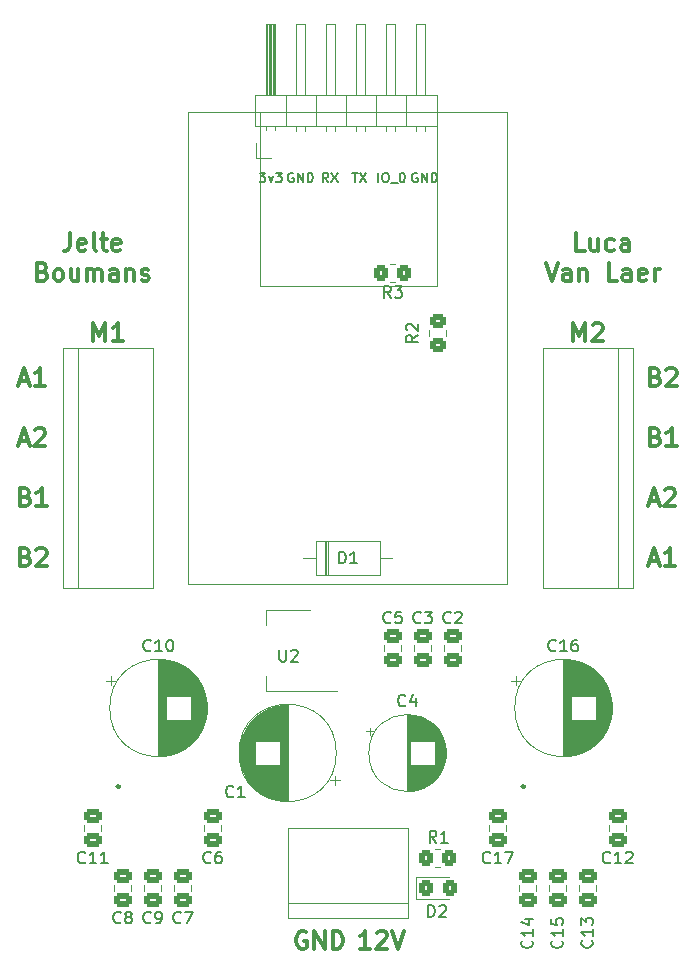
<source format=gto>
G04 #@! TF.GenerationSoftware,KiCad,Pcbnew,(6.0.8)*
G04 #@! TF.CreationDate,2022-11-30T11:22:52+01:00*
G04 #@! TF.ProjectId,xy-systeem,78792d73-7973-4746-9565-6d2e6b696361,rev?*
G04 #@! TF.SameCoordinates,Original*
G04 #@! TF.FileFunction,Legend,Top*
G04 #@! TF.FilePolarity,Positive*
%FSLAX46Y46*%
G04 Gerber Fmt 4.6, Leading zero omitted, Abs format (unit mm)*
G04 Created by KiCad (PCBNEW (6.0.8)) date 2022-11-30 11:22:52*
%MOMM*%
%LPD*%
G01*
G04 APERTURE LIST*
G04 Aperture macros list*
%AMRoundRect*
0 Rectangle with rounded corners*
0 $1 Rounding radius*
0 $2 $3 $4 $5 $6 $7 $8 $9 X,Y pos of 4 corners*
0 Add a 4 corners polygon primitive as box body*
4,1,4,$2,$3,$4,$5,$6,$7,$8,$9,$2,$3,0*
0 Add four circle primitives for the rounded corners*
1,1,$1+$1,$2,$3*
1,1,$1+$1,$4,$5*
1,1,$1+$1,$6,$7*
1,1,$1+$1,$8,$9*
0 Add four rect primitives between the rounded corners*
20,1,$1+$1,$2,$3,$4,$5,0*
20,1,$1+$1,$4,$5,$6,$7,0*
20,1,$1+$1,$6,$7,$8,$9,0*
20,1,$1+$1,$8,$9,$2,$3,0*%
G04 Aperture macros list end*
%ADD10C,0.300000*%
%ADD11C,0.150000*%
%ADD12C,0.250000*%
%ADD13C,0.120000*%
%ADD14C,0.100000*%
%ADD15C,5.000000*%
%ADD16R,0.800000X0.300000*%
%ADD17R,0.300000X0.800000*%
%ADD18R,3.800000X3.800000*%
%ADD19R,2.200000X2.200000*%
%ADD20O,2.200000X2.200000*%
%ADD21RoundRect,0.250000X-0.450000X0.350000X-0.450000X-0.350000X0.450000X-0.350000X0.450000X0.350000X0*%
%ADD22R,2.000000X1.500000*%
%ADD23R,2.000000X3.800000*%
%ADD24RoundRect,0.250000X-0.475000X0.337500X-0.475000X-0.337500X0.475000X-0.337500X0.475000X0.337500X0*%
%ADD25R,1.600000X1.600000*%
%ADD26C,1.600000*%
%ADD27O,1.700000X1.700000*%
%ADD28R,1.700000X1.700000*%
%ADD29RoundRect,0.250000X0.475000X-0.337500X0.475000X0.337500X-0.475000X0.337500X-0.475000X-0.337500X0*%
%ADD30R,3.000000X3.000000*%
%ADD31C,3.000000*%
%ADD32C,1.665000*%
%ADD33R,1.665000X1.665000*%
%ADD34RoundRect,0.250000X-0.325000X-0.450000X0.325000X-0.450000X0.325000X0.450000X-0.325000X0.450000X0*%
%ADD35RoundRect,0.250000X-0.350000X-0.450000X0.350000X-0.450000X0.350000X0.450000X-0.350000X0.450000X0*%
%ADD36RoundRect,0.250000X0.350000X0.450000X-0.350000X0.450000X-0.350000X-0.450000X0.350000X-0.450000X0*%
G04 APERTURE END LIST*
D10*
X116232857Y-101492857D02*
X116447142Y-101564285D01*
X116518571Y-101635714D01*
X116590000Y-101778571D01*
X116590000Y-101992857D01*
X116518571Y-102135714D01*
X116447142Y-102207142D01*
X116304285Y-102278571D01*
X115732857Y-102278571D01*
X115732857Y-100778571D01*
X116232857Y-100778571D01*
X116375714Y-100850000D01*
X116447142Y-100921428D01*
X116518571Y-101064285D01*
X116518571Y-101207142D01*
X116447142Y-101350000D01*
X116375714Y-101421428D01*
X116232857Y-101492857D01*
X115732857Y-101492857D01*
X118018571Y-102278571D02*
X117161428Y-102278571D01*
X117590000Y-102278571D02*
X117590000Y-100778571D01*
X117447142Y-100992857D01*
X117304285Y-101135714D01*
X117161428Y-101207142D01*
X169108571Y-101850000D02*
X169822857Y-101850000D01*
X168965714Y-102278571D02*
X169465714Y-100778571D01*
X169965714Y-102278571D01*
X170394285Y-100921428D02*
X170465714Y-100850000D01*
X170608571Y-100778571D01*
X170965714Y-100778571D01*
X171108571Y-100850000D01*
X171180000Y-100921428D01*
X171251428Y-101064285D01*
X171251428Y-101207142D01*
X171180000Y-101421428D01*
X170322857Y-102278571D01*
X171251428Y-102278571D01*
X169572857Y-91332857D02*
X169787142Y-91404285D01*
X169858571Y-91475714D01*
X169930000Y-91618571D01*
X169930000Y-91832857D01*
X169858571Y-91975714D01*
X169787142Y-92047142D01*
X169644285Y-92118571D01*
X169072857Y-92118571D01*
X169072857Y-90618571D01*
X169572857Y-90618571D01*
X169715714Y-90690000D01*
X169787142Y-90761428D01*
X169858571Y-90904285D01*
X169858571Y-91047142D01*
X169787142Y-91190000D01*
X169715714Y-91261428D01*
X169572857Y-91332857D01*
X169072857Y-91332857D01*
X170501428Y-90761428D02*
X170572857Y-90690000D01*
X170715714Y-90618571D01*
X171072857Y-90618571D01*
X171215714Y-90690000D01*
X171287142Y-90761428D01*
X171358571Y-90904285D01*
X171358571Y-91047142D01*
X171287142Y-91261428D01*
X170430000Y-92118571D01*
X171358571Y-92118571D01*
X163564285Y-80688571D02*
X162850000Y-80688571D01*
X162850000Y-79188571D01*
X164707142Y-79688571D02*
X164707142Y-80688571D01*
X164064285Y-79688571D02*
X164064285Y-80474285D01*
X164135714Y-80617142D01*
X164278571Y-80688571D01*
X164492857Y-80688571D01*
X164635714Y-80617142D01*
X164707142Y-80545714D01*
X166064285Y-80617142D02*
X165921428Y-80688571D01*
X165635714Y-80688571D01*
X165492857Y-80617142D01*
X165421428Y-80545714D01*
X165350000Y-80402857D01*
X165350000Y-79974285D01*
X165421428Y-79831428D01*
X165492857Y-79760000D01*
X165635714Y-79688571D01*
X165921428Y-79688571D01*
X166064285Y-79760000D01*
X167350000Y-80688571D02*
X167350000Y-79902857D01*
X167278571Y-79760000D01*
X167135714Y-79688571D01*
X166850000Y-79688571D01*
X166707142Y-79760000D01*
X167350000Y-80617142D02*
X167207142Y-80688571D01*
X166850000Y-80688571D01*
X166707142Y-80617142D01*
X166635714Y-80474285D01*
X166635714Y-80331428D01*
X166707142Y-80188571D01*
X166850000Y-80117142D01*
X167207142Y-80117142D01*
X167350000Y-80045714D01*
X145439303Y-139750677D02*
X144582160Y-139750677D01*
X145010732Y-139750677D02*
X145010732Y-138250677D01*
X144867875Y-138464963D01*
X144725017Y-138607820D01*
X144582160Y-138679248D01*
X146010732Y-138393534D02*
X146082160Y-138322106D01*
X146225017Y-138250677D01*
X146582160Y-138250677D01*
X146725017Y-138322106D01*
X146796446Y-138393534D01*
X146867875Y-138536391D01*
X146867875Y-138679248D01*
X146796446Y-138893534D01*
X145939303Y-139750677D01*
X146867875Y-139750677D01*
X147296446Y-138250677D02*
X147796446Y-139750677D01*
X148296446Y-138250677D01*
D11*
X136047619Y-74061904D02*
X136542857Y-74061904D01*
X136276190Y-74366666D01*
X136390476Y-74366666D01*
X136466666Y-74404761D01*
X136504761Y-74442857D01*
X136542857Y-74519047D01*
X136542857Y-74709523D01*
X136504761Y-74785714D01*
X136466666Y-74823809D01*
X136390476Y-74861904D01*
X136161904Y-74861904D01*
X136085714Y-74823809D01*
X136047619Y-74785714D01*
X136809523Y-74328571D02*
X137000000Y-74861904D01*
X137190476Y-74328571D01*
X137419047Y-74061904D02*
X137914285Y-74061904D01*
X137647619Y-74366666D01*
X137761904Y-74366666D01*
X137838095Y-74404761D01*
X137876190Y-74442857D01*
X137914285Y-74519047D01*
X137914285Y-74709523D01*
X137876190Y-74785714D01*
X137838095Y-74823809D01*
X137761904Y-74861904D01*
X137533333Y-74861904D01*
X137457142Y-74823809D01*
X137419047Y-74785714D01*
D10*
X120027142Y-79188571D02*
X120027142Y-80260000D01*
X119955714Y-80474285D01*
X119812857Y-80617142D01*
X119598571Y-80688571D01*
X119455714Y-80688571D01*
X121312857Y-80617142D02*
X121170000Y-80688571D01*
X120884285Y-80688571D01*
X120741428Y-80617142D01*
X120670000Y-80474285D01*
X120670000Y-79902857D01*
X120741428Y-79760000D01*
X120884285Y-79688571D01*
X121170000Y-79688571D01*
X121312857Y-79760000D01*
X121384285Y-79902857D01*
X121384285Y-80045714D01*
X120670000Y-80188571D01*
X122241428Y-80688571D02*
X122098571Y-80617142D01*
X122027142Y-80474285D01*
X122027142Y-79188571D01*
X122598571Y-79688571D02*
X123170000Y-79688571D01*
X122812857Y-79188571D02*
X122812857Y-80474285D01*
X122884285Y-80617142D01*
X123027142Y-80688571D01*
X123170000Y-80688571D01*
X124241428Y-80617142D02*
X124098571Y-80688571D01*
X123812857Y-80688571D01*
X123670000Y-80617142D01*
X123598571Y-80474285D01*
X123598571Y-79902857D01*
X123670000Y-79760000D01*
X123812857Y-79688571D01*
X124098571Y-79688571D01*
X124241428Y-79760000D01*
X124312857Y-79902857D01*
X124312857Y-80045714D01*
X123598571Y-80188571D01*
D11*
X146111523Y-74853799D02*
X146111523Y-74053799D01*
X146644856Y-74053799D02*
X146797237Y-74053799D01*
X146873427Y-74091895D01*
X146949618Y-74168085D01*
X146987713Y-74320466D01*
X146987713Y-74587133D01*
X146949618Y-74739514D01*
X146873427Y-74815704D01*
X146797237Y-74853799D01*
X146644856Y-74853799D01*
X146568665Y-74815704D01*
X146492475Y-74739514D01*
X146454380Y-74587133D01*
X146454380Y-74320466D01*
X146492475Y-74168085D01*
X146568665Y-74091895D01*
X146644856Y-74053799D01*
X147140094Y-74929990D02*
X147749618Y-74929990D01*
X148092475Y-74053799D02*
X148168665Y-74053799D01*
X148244856Y-74091895D01*
X148282951Y-74129990D01*
X148321046Y-74206180D01*
X148359142Y-74358561D01*
X148359142Y-74549037D01*
X148321046Y-74701418D01*
X148282951Y-74777609D01*
X148244856Y-74815704D01*
X148168665Y-74853799D01*
X148092475Y-74853799D01*
X148016285Y-74815704D01*
X147978189Y-74777609D01*
X147940094Y-74701418D01*
X147901999Y-74549037D01*
X147901999Y-74358561D01*
X147940094Y-74206180D01*
X147978189Y-74129990D01*
X148016285Y-74091895D01*
X148092475Y-74053799D01*
D10*
X139986830Y-138360064D02*
X139843973Y-138288635D01*
X139629688Y-138288635D01*
X139415402Y-138360064D01*
X139272545Y-138502921D01*
X139201116Y-138645778D01*
X139129688Y-138931492D01*
X139129688Y-139145778D01*
X139201116Y-139431492D01*
X139272545Y-139574349D01*
X139415402Y-139717206D01*
X139629688Y-139788635D01*
X139772545Y-139788635D01*
X139986830Y-139717206D01*
X140058259Y-139645778D01*
X140058259Y-139145778D01*
X139772545Y-139145778D01*
X140701116Y-139788635D02*
X140701116Y-138288635D01*
X141558259Y-139788635D01*
X141558259Y-138288635D01*
X142272545Y-139788635D02*
X142272545Y-138288635D01*
X142629688Y-138288635D01*
X142843973Y-138360064D01*
X142986830Y-138502921D01*
X143058259Y-138645778D01*
X143129688Y-138931492D01*
X143129688Y-139145778D01*
X143058259Y-139431492D01*
X142986830Y-139574349D01*
X142843973Y-139717206D01*
X142629688Y-139788635D01*
X142272545Y-139788635D01*
X169108571Y-106930000D02*
X169822857Y-106930000D01*
X168965714Y-107358571D02*
X169465714Y-105858571D01*
X169965714Y-107358571D01*
X171251428Y-107358571D02*
X170394285Y-107358571D01*
X170822857Y-107358571D02*
X170822857Y-105858571D01*
X170680000Y-106072857D01*
X170537142Y-106215714D01*
X170394285Y-106287142D01*
X116232857Y-106572857D02*
X116447142Y-106644285D01*
X116518571Y-106715714D01*
X116590000Y-106858571D01*
X116590000Y-107072857D01*
X116518571Y-107215714D01*
X116447142Y-107287142D01*
X116304285Y-107358571D01*
X115732857Y-107358571D01*
X115732857Y-105858571D01*
X116232857Y-105858571D01*
X116375714Y-105930000D01*
X116447142Y-106001428D01*
X116518571Y-106144285D01*
X116518571Y-106287142D01*
X116447142Y-106430000D01*
X116375714Y-106501428D01*
X116232857Y-106572857D01*
X115732857Y-106572857D01*
X117161428Y-106001428D02*
X117232857Y-105930000D01*
X117375714Y-105858571D01*
X117732857Y-105858571D01*
X117875714Y-105930000D01*
X117947142Y-106001428D01*
X118018571Y-106144285D01*
X118018571Y-106287142D01*
X117947142Y-106501428D01*
X117090000Y-107358571D01*
X118018571Y-107358571D01*
X117705714Y-82442857D02*
X117920000Y-82514285D01*
X117991428Y-82585714D01*
X118062857Y-82728571D01*
X118062857Y-82942857D01*
X117991428Y-83085714D01*
X117920000Y-83157142D01*
X117777142Y-83228571D01*
X117205714Y-83228571D01*
X117205714Y-81728571D01*
X117705714Y-81728571D01*
X117848571Y-81800000D01*
X117920000Y-81871428D01*
X117991428Y-82014285D01*
X117991428Y-82157142D01*
X117920000Y-82300000D01*
X117848571Y-82371428D01*
X117705714Y-82442857D01*
X117205714Y-82442857D01*
X118920000Y-83228571D02*
X118777142Y-83157142D01*
X118705714Y-83085714D01*
X118634285Y-82942857D01*
X118634285Y-82514285D01*
X118705714Y-82371428D01*
X118777142Y-82300000D01*
X118920000Y-82228571D01*
X119134285Y-82228571D01*
X119277142Y-82300000D01*
X119348571Y-82371428D01*
X119420000Y-82514285D01*
X119420000Y-82942857D01*
X119348571Y-83085714D01*
X119277142Y-83157142D01*
X119134285Y-83228571D01*
X118920000Y-83228571D01*
X120705714Y-82228571D02*
X120705714Y-83228571D01*
X120062857Y-82228571D02*
X120062857Y-83014285D01*
X120134285Y-83157142D01*
X120277142Y-83228571D01*
X120491428Y-83228571D01*
X120634285Y-83157142D01*
X120705714Y-83085714D01*
X121420000Y-83228571D02*
X121420000Y-82228571D01*
X121420000Y-82371428D02*
X121491428Y-82300000D01*
X121634285Y-82228571D01*
X121848571Y-82228571D01*
X121991428Y-82300000D01*
X122062857Y-82442857D01*
X122062857Y-83228571D01*
X122062857Y-82442857D02*
X122134285Y-82300000D01*
X122277142Y-82228571D01*
X122491428Y-82228571D01*
X122634285Y-82300000D01*
X122705714Y-82442857D01*
X122705714Y-83228571D01*
X124062857Y-83228571D02*
X124062857Y-82442857D01*
X123991428Y-82300000D01*
X123848571Y-82228571D01*
X123562857Y-82228571D01*
X123420000Y-82300000D01*
X124062857Y-83157142D02*
X123920000Y-83228571D01*
X123562857Y-83228571D01*
X123420000Y-83157142D01*
X123348571Y-83014285D01*
X123348571Y-82871428D01*
X123420000Y-82728571D01*
X123562857Y-82657142D01*
X123920000Y-82657142D01*
X124062857Y-82585714D01*
X124777142Y-82228571D02*
X124777142Y-83228571D01*
X124777142Y-82371428D02*
X124848571Y-82300000D01*
X124991428Y-82228571D01*
X125205714Y-82228571D01*
X125348571Y-82300000D01*
X125420000Y-82442857D01*
X125420000Y-83228571D01*
X126062857Y-83157142D02*
X126205714Y-83228571D01*
X126491428Y-83228571D01*
X126634285Y-83157142D01*
X126705714Y-83014285D01*
X126705714Y-82942857D01*
X126634285Y-82800000D01*
X126491428Y-82728571D01*
X126277142Y-82728571D01*
X126134285Y-82657142D01*
X126062857Y-82514285D01*
X126062857Y-82442857D01*
X126134285Y-82300000D01*
X126277142Y-82228571D01*
X126491428Y-82228571D01*
X126634285Y-82300000D01*
X115768571Y-96770000D02*
X116482857Y-96770000D01*
X115625714Y-97198571D02*
X116125714Y-95698571D01*
X116625714Y-97198571D01*
X117054285Y-95841428D02*
X117125714Y-95770000D01*
X117268571Y-95698571D01*
X117625714Y-95698571D01*
X117768571Y-95770000D01*
X117840000Y-95841428D01*
X117911428Y-95984285D01*
X117911428Y-96127142D01*
X117840000Y-96341428D01*
X116982857Y-97198571D01*
X117911428Y-97198571D01*
X121975714Y-88308571D02*
X121975714Y-86808571D01*
X122475714Y-87880000D01*
X122975714Y-86808571D01*
X122975714Y-88308571D01*
X124475714Y-88308571D02*
X123618571Y-88308571D01*
X124047142Y-88308571D02*
X124047142Y-86808571D01*
X123904285Y-87022857D01*
X123761428Y-87165714D01*
X123618571Y-87237142D01*
X169572857Y-96412857D02*
X169787142Y-96484285D01*
X169858571Y-96555714D01*
X169930000Y-96698571D01*
X169930000Y-96912857D01*
X169858571Y-97055714D01*
X169787142Y-97127142D01*
X169644285Y-97198571D01*
X169072857Y-97198571D01*
X169072857Y-95698571D01*
X169572857Y-95698571D01*
X169715714Y-95770000D01*
X169787142Y-95841428D01*
X169858571Y-95984285D01*
X169858571Y-96127142D01*
X169787142Y-96270000D01*
X169715714Y-96341428D01*
X169572857Y-96412857D01*
X169072857Y-96412857D01*
X171358571Y-97198571D02*
X170501428Y-97198571D01*
X170930000Y-97198571D02*
X170930000Y-95698571D01*
X170787142Y-95912857D01*
X170644285Y-96055714D01*
X170501428Y-96127142D01*
D11*
X141866666Y-74861904D02*
X141600000Y-74480952D01*
X141409523Y-74861904D02*
X141409523Y-74061904D01*
X141714285Y-74061904D01*
X141790476Y-74100000D01*
X141828571Y-74138095D01*
X141866666Y-74214285D01*
X141866666Y-74328571D01*
X141828571Y-74404761D01*
X141790476Y-74442857D01*
X141714285Y-74480952D01*
X141409523Y-74480952D01*
X142133333Y-74061904D02*
X142666666Y-74861904D01*
X142666666Y-74061904D02*
X142133333Y-74861904D01*
X138890476Y-74100000D02*
X138814285Y-74061904D01*
X138700000Y-74061904D01*
X138585714Y-74100000D01*
X138509523Y-74176190D01*
X138471428Y-74252380D01*
X138433333Y-74404761D01*
X138433333Y-74519047D01*
X138471428Y-74671428D01*
X138509523Y-74747619D01*
X138585714Y-74823809D01*
X138700000Y-74861904D01*
X138776190Y-74861904D01*
X138890476Y-74823809D01*
X138928571Y-74785714D01*
X138928571Y-74519047D01*
X138776190Y-74519047D01*
X139271428Y-74861904D02*
X139271428Y-74061904D01*
X139728571Y-74861904D01*
X139728571Y-74061904D01*
X140109523Y-74861904D02*
X140109523Y-74061904D01*
X140300000Y-74061904D01*
X140414285Y-74100000D01*
X140490476Y-74176190D01*
X140528571Y-74252380D01*
X140566666Y-74404761D01*
X140566666Y-74519047D01*
X140528571Y-74671428D01*
X140490476Y-74747619D01*
X140414285Y-74823809D01*
X140300000Y-74861904D01*
X140109523Y-74861904D01*
D10*
X162615714Y-88308571D02*
X162615714Y-86808571D01*
X163115714Y-87880000D01*
X163615714Y-86808571D01*
X163615714Y-88308571D01*
X164258571Y-86951428D02*
X164330000Y-86880000D01*
X164472857Y-86808571D01*
X164830000Y-86808571D01*
X164972857Y-86880000D01*
X165044285Y-86951428D01*
X165115714Y-87094285D01*
X165115714Y-87237142D01*
X165044285Y-87451428D01*
X164187142Y-88308571D01*
X165115714Y-88308571D01*
D11*
X143890476Y-74061904D02*
X144347619Y-74061904D01*
X144119047Y-74861904D02*
X144119047Y-74061904D01*
X144538095Y-74061904D02*
X145071428Y-74861904D01*
X145071428Y-74061904D02*
X144538095Y-74861904D01*
D10*
X115768571Y-91690000D02*
X116482857Y-91690000D01*
X115625714Y-92118571D02*
X116125714Y-90618571D01*
X116625714Y-92118571D01*
X117911428Y-92118571D02*
X117054285Y-92118571D01*
X117482857Y-92118571D02*
X117482857Y-90618571D01*
X117340000Y-90832857D01*
X117197142Y-90975714D01*
X117054285Y-91047142D01*
D11*
X149390476Y-74100000D02*
X149314285Y-74061904D01*
X149200000Y-74061904D01*
X149085714Y-74100000D01*
X149009523Y-74176190D01*
X148971428Y-74252380D01*
X148933333Y-74404761D01*
X148933333Y-74519047D01*
X148971428Y-74671428D01*
X149009523Y-74747619D01*
X149085714Y-74823809D01*
X149200000Y-74861904D01*
X149276190Y-74861904D01*
X149390476Y-74823809D01*
X149428571Y-74785714D01*
X149428571Y-74519047D01*
X149276190Y-74519047D01*
X149771428Y-74861904D02*
X149771428Y-74061904D01*
X150228571Y-74861904D01*
X150228571Y-74061904D01*
X150609523Y-74861904D02*
X150609523Y-74061904D01*
X150800000Y-74061904D01*
X150914285Y-74100000D01*
X150990476Y-74176190D01*
X151028571Y-74252380D01*
X151066666Y-74404761D01*
X151066666Y-74519047D01*
X151028571Y-74671428D01*
X150990476Y-74747619D01*
X150914285Y-74823809D01*
X150800000Y-74861904D01*
X150609523Y-74861904D01*
D10*
X160278571Y-81728571D02*
X160778571Y-83228571D01*
X161278571Y-81728571D01*
X162421428Y-83228571D02*
X162421428Y-82442857D01*
X162350000Y-82300000D01*
X162207142Y-82228571D01*
X161921428Y-82228571D01*
X161778571Y-82300000D01*
X162421428Y-83157142D02*
X162278571Y-83228571D01*
X161921428Y-83228571D01*
X161778571Y-83157142D01*
X161707142Y-83014285D01*
X161707142Y-82871428D01*
X161778571Y-82728571D01*
X161921428Y-82657142D01*
X162278571Y-82657142D01*
X162421428Y-82585714D01*
X163135714Y-82228571D02*
X163135714Y-83228571D01*
X163135714Y-82371428D02*
X163207142Y-82300000D01*
X163350000Y-82228571D01*
X163564285Y-82228571D01*
X163707142Y-82300000D01*
X163778571Y-82442857D01*
X163778571Y-83228571D01*
X166350000Y-83228571D02*
X165635714Y-83228571D01*
X165635714Y-81728571D01*
X167492857Y-83228571D02*
X167492857Y-82442857D01*
X167421428Y-82300000D01*
X167278571Y-82228571D01*
X166992857Y-82228571D01*
X166850000Y-82300000D01*
X167492857Y-83157142D02*
X167350000Y-83228571D01*
X166992857Y-83228571D01*
X166850000Y-83157142D01*
X166778571Y-83014285D01*
X166778571Y-82871428D01*
X166850000Y-82728571D01*
X166992857Y-82657142D01*
X167350000Y-82657142D01*
X167492857Y-82585714D01*
X168778571Y-83157142D02*
X168635714Y-83228571D01*
X168350000Y-83228571D01*
X168207142Y-83157142D01*
X168135714Y-83014285D01*
X168135714Y-82442857D01*
X168207142Y-82300000D01*
X168350000Y-82228571D01*
X168635714Y-82228571D01*
X168778571Y-82300000D01*
X168850000Y-82442857D01*
X168850000Y-82585714D01*
X168135714Y-82728571D01*
X169492857Y-83228571D02*
X169492857Y-82228571D01*
X169492857Y-82514285D02*
X169564285Y-82371428D01*
X169635714Y-82300000D01*
X169778571Y-82228571D01*
X169921428Y-82228571D01*
D11*
X142771904Y-107132380D02*
X142771904Y-106132380D01*
X143010000Y-106132380D01*
X143152857Y-106180000D01*
X143248095Y-106275238D01*
X143295714Y-106370476D01*
X143343333Y-106560952D01*
X143343333Y-106703809D01*
X143295714Y-106894285D01*
X143248095Y-106989523D01*
X143152857Y-107084761D01*
X143010000Y-107132380D01*
X142771904Y-107132380D01*
X144295714Y-107132380D02*
X143724285Y-107132380D01*
X144010000Y-107132380D02*
X144010000Y-106132380D01*
X143914761Y-106275238D01*
X143819523Y-106370476D01*
X143724285Y-106418095D01*
X149452380Y-87796666D02*
X148976190Y-88130000D01*
X149452380Y-88368095D02*
X148452380Y-88368095D01*
X148452380Y-87987142D01*
X148500000Y-87891904D01*
X148547619Y-87844285D01*
X148642857Y-87796666D01*
X148785714Y-87796666D01*
X148880952Y-87844285D01*
X148928571Y-87891904D01*
X148976190Y-87987142D01*
X148976190Y-88368095D01*
X148547619Y-87415714D02*
X148500000Y-87368095D01*
X148452380Y-87272857D01*
X148452380Y-87034761D01*
X148500000Y-86939523D01*
X148547619Y-86891904D01*
X148642857Y-86844285D01*
X148738095Y-86844285D01*
X148880952Y-86891904D01*
X149452380Y-87463333D01*
X149452380Y-86844285D01*
X137738095Y-114452380D02*
X137738095Y-115261904D01*
X137785714Y-115357142D01*
X137833333Y-115404761D01*
X137928571Y-115452380D01*
X138119047Y-115452380D01*
X138214285Y-115404761D01*
X138261904Y-115357142D01*
X138309523Y-115261904D01*
X138309523Y-114452380D01*
X138738095Y-114547619D02*
X138785714Y-114500000D01*
X138880952Y-114452380D01*
X139119047Y-114452380D01*
X139214285Y-114500000D01*
X139261904Y-114547619D01*
X139309523Y-114642857D01*
X139309523Y-114738095D01*
X139261904Y-114880952D01*
X138690476Y-115452380D01*
X139309523Y-115452380D01*
X129373333Y-137517142D02*
X129325714Y-137564761D01*
X129182857Y-137612380D01*
X129087619Y-137612380D01*
X128944761Y-137564761D01*
X128849523Y-137469523D01*
X128801904Y-137374285D01*
X128754285Y-137183809D01*
X128754285Y-137040952D01*
X128801904Y-136850476D01*
X128849523Y-136755238D01*
X128944761Y-136660000D01*
X129087619Y-136612380D01*
X129182857Y-136612380D01*
X129325714Y-136660000D01*
X129373333Y-136707619D01*
X129706666Y-136612380D02*
X130373333Y-136612380D01*
X129944761Y-137612380D01*
X126833333Y-137517142D02*
X126785714Y-137564761D01*
X126642857Y-137612380D01*
X126547619Y-137612380D01*
X126404761Y-137564761D01*
X126309523Y-137469523D01*
X126261904Y-137374285D01*
X126214285Y-137183809D01*
X126214285Y-137040952D01*
X126261904Y-136850476D01*
X126309523Y-136755238D01*
X126404761Y-136660000D01*
X126547619Y-136612380D01*
X126642857Y-136612380D01*
X126785714Y-136660000D01*
X126833333Y-136707619D01*
X127309523Y-137612380D02*
X127500000Y-137612380D01*
X127595238Y-137564761D01*
X127642857Y-137517142D01*
X127738095Y-137374285D01*
X127785714Y-137183809D01*
X127785714Y-136802857D01*
X127738095Y-136707619D01*
X127690476Y-136660000D01*
X127595238Y-136612380D01*
X127404761Y-136612380D01*
X127309523Y-136660000D01*
X127261904Y-136707619D01*
X127214285Y-136802857D01*
X127214285Y-137040952D01*
X127261904Y-137136190D01*
X127309523Y-137183809D01*
X127404761Y-137231428D01*
X127595238Y-137231428D01*
X127690476Y-137183809D01*
X127738095Y-137136190D01*
X127785714Y-137040952D01*
X152233333Y-112117142D02*
X152185714Y-112164761D01*
X152042857Y-112212380D01*
X151947619Y-112212380D01*
X151804761Y-112164761D01*
X151709523Y-112069523D01*
X151661904Y-111974285D01*
X151614285Y-111783809D01*
X151614285Y-111640952D01*
X151661904Y-111450476D01*
X151709523Y-111355238D01*
X151804761Y-111260000D01*
X151947619Y-111212380D01*
X152042857Y-111212380D01*
X152185714Y-111260000D01*
X152233333Y-111307619D01*
X152614285Y-111307619D02*
X152661904Y-111260000D01*
X152757142Y-111212380D01*
X152995238Y-111212380D01*
X153090476Y-111260000D01*
X153138095Y-111307619D01*
X153185714Y-111402857D01*
X153185714Y-111498095D01*
X153138095Y-111640952D01*
X152566666Y-112212380D01*
X153185714Y-112212380D01*
X126837142Y-114487142D02*
X126789523Y-114534761D01*
X126646666Y-114582380D01*
X126551428Y-114582380D01*
X126408571Y-114534761D01*
X126313333Y-114439523D01*
X126265714Y-114344285D01*
X126218095Y-114153809D01*
X126218095Y-114010952D01*
X126265714Y-113820476D01*
X126313333Y-113725238D01*
X126408571Y-113630000D01*
X126551428Y-113582380D01*
X126646666Y-113582380D01*
X126789523Y-113630000D01*
X126837142Y-113677619D01*
X127789523Y-114582380D02*
X127218095Y-114582380D01*
X127503809Y-114582380D02*
X127503809Y-113582380D01*
X127408571Y-113725238D01*
X127313333Y-113820476D01*
X127218095Y-113868095D01*
X128408571Y-113582380D02*
X128503809Y-113582380D01*
X128599047Y-113630000D01*
X128646666Y-113677619D01*
X128694285Y-113772857D01*
X128741904Y-113963333D01*
X128741904Y-114201428D01*
X128694285Y-114391904D01*
X128646666Y-114487142D01*
X128599047Y-114534761D01*
X128503809Y-114582380D01*
X128408571Y-114582380D01*
X128313333Y-114534761D01*
X128265714Y-114487142D01*
X128218095Y-114391904D01*
X128170476Y-114201428D01*
X128170476Y-113963333D01*
X128218095Y-113772857D01*
X128265714Y-113677619D01*
X128313333Y-113630000D01*
X128408571Y-113582380D01*
X165727142Y-132437142D02*
X165679523Y-132484761D01*
X165536666Y-132532380D01*
X165441428Y-132532380D01*
X165298571Y-132484761D01*
X165203333Y-132389523D01*
X165155714Y-132294285D01*
X165108095Y-132103809D01*
X165108095Y-131960952D01*
X165155714Y-131770476D01*
X165203333Y-131675238D01*
X165298571Y-131580000D01*
X165441428Y-131532380D01*
X165536666Y-131532380D01*
X165679523Y-131580000D01*
X165727142Y-131627619D01*
X166679523Y-132532380D02*
X166108095Y-132532380D01*
X166393809Y-132532380D02*
X166393809Y-131532380D01*
X166298571Y-131675238D01*
X166203333Y-131770476D01*
X166108095Y-131818095D01*
X167060476Y-131627619D02*
X167108095Y-131580000D01*
X167203333Y-131532380D01*
X167441428Y-131532380D01*
X167536666Y-131580000D01*
X167584285Y-131627619D01*
X167631904Y-131722857D01*
X167631904Y-131818095D01*
X167584285Y-131960952D01*
X167012857Y-132532380D01*
X167631904Y-132532380D01*
X124293333Y-137517142D02*
X124245714Y-137564761D01*
X124102857Y-137612380D01*
X124007619Y-137612380D01*
X123864761Y-137564761D01*
X123769523Y-137469523D01*
X123721904Y-137374285D01*
X123674285Y-137183809D01*
X123674285Y-137040952D01*
X123721904Y-136850476D01*
X123769523Y-136755238D01*
X123864761Y-136660000D01*
X124007619Y-136612380D01*
X124102857Y-136612380D01*
X124245714Y-136660000D01*
X124293333Y-136707619D01*
X124864761Y-137040952D02*
X124769523Y-136993333D01*
X124721904Y-136945714D01*
X124674285Y-136850476D01*
X124674285Y-136802857D01*
X124721904Y-136707619D01*
X124769523Y-136660000D01*
X124864761Y-136612380D01*
X125055238Y-136612380D01*
X125150476Y-136660000D01*
X125198095Y-136707619D01*
X125245714Y-136802857D01*
X125245714Y-136850476D01*
X125198095Y-136945714D01*
X125150476Y-136993333D01*
X125055238Y-137040952D01*
X124864761Y-137040952D01*
X124769523Y-137088571D01*
X124721904Y-137136190D01*
X124674285Y-137231428D01*
X124674285Y-137421904D01*
X124721904Y-137517142D01*
X124769523Y-137564761D01*
X124864761Y-137612380D01*
X125055238Y-137612380D01*
X125150476Y-137564761D01*
X125198095Y-137517142D01*
X125245714Y-137421904D01*
X125245714Y-137231428D01*
X125198095Y-137136190D01*
X125150476Y-137088571D01*
X125055238Y-137040952D01*
X147153333Y-112117142D02*
X147105714Y-112164761D01*
X146962857Y-112212380D01*
X146867619Y-112212380D01*
X146724761Y-112164761D01*
X146629523Y-112069523D01*
X146581904Y-111974285D01*
X146534285Y-111783809D01*
X146534285Y-111640952D01*
X146581904Y-111450476D01*
X146629523Y-111355238D01*
X146724761Y-111260000D01*
X146867619Y-111212380D01*
X146962857Y-111212380D01*
X147105714Y-111260000D01*
X147153333Y-111307619D01*
X148058095Y-111212380D02*
X147581904Y-111212380D01*
X147534285Y-111688571D01*
X147581904Y-111640952D01*
X147677142Y-111593333D01*
X147915238Y-111593333D01*
X148010476Y-111640952D01*
X148058095Y-111688571D01*
X148105714Y-111783809D01*
X148105714Y-112021904D01*
X148058095Y-112117142D01*
X148010476Y-112164761D01*
X147915238Y-112212380D01*
X147677142Y-112212380D01*
X147581904Y-112164761D01*
X147534285Y-112117142D01*
X155567142Y-132437142D02*
X155519523Y-132484761D01*
X155376666Y-132532380D01*
X155281428Y-132532380D01*
X155138571Y-132484761D01*
X155043333Y-132389523D01*
X154995714Y-132294285D01*
X154948095Y-132103809D01*
X154948095Y-131960952D01*
X154995714Y-131770476D01*
X155043333Y-131675238D01*
X155138571Y-131580000D01*
X155281428Y-131532380D01*
X155376666Y-131532380D01*
X155519523Y-131580000D01*
X155567142Y-131627619D01*
X156519523Y-132532380D02*
X155948095Y-132532380D01*
X156233809Y-132532380D02*
X156233809Y-131532380D01*
X156138571Y-131675238D01*
X156043333Y-131770476D01*
X155948095Y-131818095D01*
X156852857Y-131532380D02*
X157519523Y-131532380D01*
X157090952Y-132532380D01*
X148403333Y-119147142D02*
X148355714Y-119194761D01*
X148212857Y-119242380D01*
X148117619Y-119242380D01*
X147974761Y-119194761D01*
X147879523Y-119099523D01*
X147831904Y-119004285D01*
X147784285Y-118813809D01*
X147784285Y-118670952D01*
X147831904Y-118480476D01*
X147879523Y-118385238D01*
X147974761Y-118290000D01*
X148117619Y-118242380D01*
X148212857Y-118242380D01*
X148355714Y-118290000D01*
X148403333Y-118337619D01*
X149260476Y-118575714D02*
X149260476Y-119242380D01*
X149022380Y-118194761D02*
X148784285Y-118909047D01*
X149403333Y-118909047D01*
X133833333Y-126857142D02*
X133785714Y-126904761D01*
X133642857Y-126952380D01*
X133547619Y-126952380D01*
X133404761Y-126904761D01*
X133309523Y-126809523D01*
X133261904Y-126714285D01*
X133214285Y-126523809D01*
X133214285Y-126380952D01*
X133261904Y-126190476D01*
X133309523Y-126095238D01*
X133404761Y-126000000D01*
X133547619Y-125952380D01*
X133642857Y-125952380D01*
X133785714Y-126000000D01*
X133833333Y-126047619D01*
X134785714Y-126952380D02*
X134214285Y-126952380D01*
X134500000Y-126952380D02*
X134500000Y-125952380D01*
X134404761Y-126095238D01*
X134309523Y-126190476D01*
X134214285Y-126238095D01*
X159107142Y-139072857D02*
X159154761Y-139120476D01*
X159202380Y-139263333D01*
X159202380Y-139358571D01*
X159154761Y-139501428D01*
X159059523Y-139596666D01*
X158964285Y-139644285D01*
X158773809Y-139691904D01*
X158630952Y-139691904D01*
X158440476Y-139644285D01*
X158345238Y-139596666D01*
X158250000Y-139501428D01*
X158202380Y-139358571D01*
X158202380Y-139263333D01*
X158250000Y-139120476D01*
X158297619Y-139072857D01*
X159202380Y-138120476D02*
X159202380Y-138691904D01*
X159202380Y-138406190D02*
X158202380Y-138406190D01*
X158345238Y-138501428D01*
X158440476Y-138596666D01*
X158488095Y-138691904D01*
X158535714Y-137263333D02*
X159202380Y-137263333D01*
X158154761Y-137501428D02*
X158869047Y-137739523D01*
X158869047Y-137120476D01*
X161127142Y-114487142D02*
X161079523Y-114534761D01*
X160936666Y-114582380D01*
X160841428Y-114582380D01*
X160698571Y-114534761D01*
X160603333Y-114439523D01*
X160555714Y-114344285D01*
X160508095Y-114153809D01*
X160508095Y-114010952D01*
X160555714Y-113820476D01*
X160603333Y-113725238D01*
X160698571Y-113630000D01*
X160841428Y-113582380D01*
X160936666Y-113582380D01*
X161079523Y-113630000D01*
X161127142Y-113677619D01*
X162079523Y-114582380D02*
X161508095Y-114582380D01*
X161793809Y-114582380D02*
X161793809Y-113582380D01*
X161698571Y-113725238D01*
X161603333Y-113820476D01*
X161508095Y-113868095D01*
X162936666Y-113582380D02*
X162746190Y-113582380D01*
X162650952Y-113630000D01*
X162603333Y-113677619D01*
X162508095Y-113820476D01*
X162460476Y-114010952D01*
X162460476Y-114391904D01*
X162508095Y-114487142D01*
X162555714Y-114534761D01*
X162650952Y-114582380D01*
X162841428Y-114582380D01*
X162936666Y-114534761D01*
X162984285Y-114487142D01*
X163031904Y-114391904D01*
X163031904Y-114153809D01*
X162984285Y-114058571D01*
X162936666Y-114010952D01*
X162841428Y-113963333D01*
X162650952Y-113963333D01*
X162555714Y-114010952D01*
X162508095Y-114058571D01*
X162460476Y-114153809D01*
X161647142Y-139072857D02*
X161694761Y-139120476D01*
X161742380Y-139263333D01*
X161742380Y-139358571D01*
X161694761Y-139501428D01*
X161599523Y-139596666D01*
X161504285Y-139644285D01*
X161313809Y-139691904D01*
X161170952Y-139691904D01*
X160980476Y-139644285D01*
X160885238Y-139596666D01*
X160790000Y-139501428D01*
X160742380Y-139358571D01*
X160742380Y-139263333D01*
X160790000Y-139120476D01*
X160837619Y-139072857D01*
X161742380Y-138120476D02*
X161742380Y-138691904D01*
X161742380Y-138406190D02*
X160742380Y-138406190D01*
X160885238Y-138501428D01*
X160980476Y-138596666D01*
X161028095Y-138691904D01*
X160742380Y-137215714D02*
X160742380Y-137691904D01*
X161218571Y-137739523D01*
X161170952Y-137691904D01*
X161123333Y-137596666D01*
X161123333Y-137358571D01*
X161170952Y-137263333D01*
X161218571Y-137215714D01*
X161313809Y-137168095D01*
X161551904Y-137168095D01*
X161647142Y-137215714D01*
X161694761Y-137263333D01*
X161742380Y-137358571D01*
X161742380Y-137596666D01*
X161694761Y-137691904D01*
X161647142Y-137739523D01*
X150325606Y-137069890D02*
X150325606Y-136069890D01*
X150563702Y-136069890D01*
X150706559Y-136117510D01*
X150801797Y-136212748D01*
X150849416Y-136307986D01*
X150897035Y-136498462D01*
X150897035Y-136641319D01*
X150849416Y-136831795D01*
X150801797Y-136927033D01*
X150706559Y-137022271D01*
X150563702Y-137069890D01*
X150325606Y-137069890D01*
X151277987Y-136165129D02*
X151325606Y-136117510D01*
X151420844Y-136069890D01*
X151658940Y-136069890D01*
X151754178Y-136117510D01*
X151801797Y-136165129D01*
X151849416Y-136260367D01*
X151849416Y-136355605D01*
X151801797Y-136498462D01*
X151230368Y-137069890D01*
X151849416Y-137069890D01*
X149693333Y-112117142D02*
X149645714Y-112164761D01*
X149502857Y-112212380D01*
X149407619Y-112212380D01*
X149264761Y-112164761D01*
X149169523Y-112069523D01*
X149121904Y-111974285D01*
X149074285Y-111783809D01*
X149074285Y-111640952D01*
X149121904Y-111450476D01*
X149169523Y-111355238D01*
X149264761Y-111260000D01*
X149407619Y-111212380D01*
X149502857Y-111212380D01*
X149645714Y-111260000D01*
X149693333Y-111307619D01*
X150026666Y-111212380D02*
X150645714Y-111212380D01*
X150312380Y-111593333D01*
X150455238Y-111593333D01*
X150550476Y-111640952D01*
X150598095Y-111688571D01*
X150645714Y-111783809D01*
X150645714Y-112021904D01*
X150598095Y-112117142D01*
X150550476Y-112164761D01*
X150455238Y-112212380D01*
X150169523Y-112212380D01*
X150074285Y-112164761D01*
X150026666Y-112117142D01*
X151010352Y-130780781D02*
X150677019Y-130304591D01*
X150438923Y-130780781D02*
X150438923Y-129780781D01*
X150819876Y-129780781D01*
X150915114Y-129828401D01*
X150962733Y-129876020D01*
X151010352Y-129971258D01*
X151010352Y-130114115D01*
X150962733Y-130209353D01*
X150915114Y-130256972D01*
X150819876Y-130304591D01*
X150438923Y-130304591D01*
X151962733Y-130780781D02*
X151391304Y-130780781D01*
X151677019Y-130780781D02*
X151677019Y-129780781D01*
X151581780Y-129923639D01*
X151486542Y-130018877D01*
X151391304Y-130066496D01*
X121277142Y-132437142D02*
X121229523Y-132484761D01*
X121086666Y-132532380D01*
X120991428Y-132532380D01*
X120848571Y-132484761D01*
X120753333Y-132389523D01*
X120705714Y-132294285D01*
X120658095Y-132103809D01*
X120658095Y-131960952D01*
X120705714Y-131770476D01*
X120753333Y-131675238D01*
X120848571Y-131580000D01*
X120991428Y-131532380D01*
X121086666Y-131532380D01*
X121229523Y-131580000D01*
X121277142Y-131627619D01*
X122229523Y-132532380D02*
X121658095Y-132532380D01*
X121943809Y-132532380D02*
X121943809Y-131532380D01*
X121848571Y-131675238D01*
X121753333Y-131770476D01*
X121658095Y-131818095D01*
X123181904Y-132532380D02*
X122610476Y-132532380D01*
X122896190Y-132532380D02*
X122896190Y-131532380D01*
X122800952Y-131675238D01*
X122705714Y-131770476D01*
X122610476Y-131818095D01*
X164185524Y-139047551D02*
X164233143Y-139095170D01*
X164280762Y-139238027D01*
X164280762Y-139333265D01*
X164233143Y-139476122D01*
X164137905Y-139571360D01*
X164042667Y-139618979D01*
X163852191Y-139666598D01*
X163709334Y-139666598D01*
X163518858Y-139618979D01*
X163423620Y-139571360D01*
X163328382Y-139476122D01*
X163280762Y-139333265D01*
X163280762Y-139238027D01*
X163328382Y-139095170D01*
X163376001Y-139047551D01*
X164280762Y-138095170D02*
X164280762Y-138666598D01*
X164280762Y-138380884D02*
X163280762Y-138380884D01*
X163423620Y-138476122D01*
X163518858Y-138571360D01*
X163566477Y-138666598D01*
X163280762Y-137761836D02*
X163280762Y-137142789D01*
X163661715Y-137476122D01*
X163661715Y-137333265D01*
X163709334Y-137238027D01*
X163756953Y-137190408D01*
X163852191Y-137142789D01*
X164090286Y-137142789D01*
X164185524Y-137190408D01*
X164233143Y-137238027D01*
X164280762Y-137333265D01*
X164280762Y-137618979D01*
X164233143Y-137714217D01*
X164185524Y-137761836D01*
X131913333Y-132437142D02*
X131865714Y-132484761D01*
X131722857Y-132532380D01*
X131627619Y-132532380D01*
X131484761Y-132484761D01*
X131389523Y-132389523D01*
X131341904Y-132294285D01*
X131294285Y-132103809D01*
X131294285Y-131960952D01*
X131341904Y-131770476D01*
X131389523Y-131675238D01*
X131484761Y-131580000D01*
X131627619Y-131532380D01*
X131722857Y-131532380D01*
X131865714Y-131580000D01*
X131913333Y-131627619D01*
X132770476Y-131532380D02*
X132580000Y-131532380D01*
X132484761Y-131580000D01*
X132437142Y-131627619D01*
X132341904Y-131770476D01*
X132294285Y-131960952D01*
X132294285Y-132341904D01*
X132341904Y-132437142D01*
X132389523Y-132484761D01*
X132484761Y-132532380D01*
X132675238Y-132532380D01*
X132770476Y-132484761D01*
X132818095Y-132437142D01*
X132865714Y-132341904D01*
X132865714Y-132103809D01*
X132818095Y-132008571D01*
X132770476Y-131960952D01*
X132675238Y-131913333D01*
X132484761Y-131913333D01*
X132389523Y-131960952D01*
X132341904Y-132008571D01*
X132294285Y-132103809D01*
X147153333Y-84652380D02*
X146820000Y-84176190D01*
X146581904Y-84652380D02*
X146581904Y-83652380D01*
X146962857Y-83652380D01*
X147058095Y-83700000D01*
X147105714Y-83747619D01*
X147153333Y-83842857D01*
X147153333Y-83985714D01*
X147105714Y-84080952D01*
X147058095Y-84128571D01*
X146962857Y-84176190D01*
X146581904Y-84176190D01*
X147486666Y-83652380D02*
X148105714Y-83652380D01*
X147772380Y-84033333D01*
X147915238Y-84033333D01*
X148010476Y-84080952D01*
X148058095Y-84128571D01*
X148105714Y-84223809D01*
X148105714Y-84461904D01*
X148058095Y-84557142D01*
X148010476Y-84604761D01*
X147915238Y-84652380D01*
X147629523Y-84652380D01*
X147534285Y-84604761D01*
X147486666Y-84557142D01*
D12*
X158515000Y-126020000D02*
G75*
G03*
X158515000Y-126020000I-125000J0D01*
G01*
D13*
X141570000Y-105210000D02*
X141570000Y-108150000D01*
X146230000Y-105210000D02*
X140790000Y-105210000D01*
X146230000Y-108150000D02*
X146230000Y-105210000D01*
X147250000Y-106680000D02*
X146230000Y-106680000D01*
X140790000Y-108150000D02*
X146230000Y-108150000D01*
X141690000Y-105210000D02*
X141690000Y-108150000D01*
X141810000Y-105210000D02*
X141810000Y-108150000D01*
X140790000Y-105210000D02*
X140790000Y-108150000D01*
X139770000Y-106680000D02*
X140790000Y-106680000D01*
X151865000Y-87402936D02*
X151865000Y-87857064D01*
X150395000Y-87402936D02*
X150395000Y-87857064D01*
X136590000Y-117910000D02*
X136590000Y-116650000D01*
X140350000Y-111090000D02*
X136590000Y-111090000D01*
X136590000Y-111090000D02*
X136590000Y-112350000D01*
X142600000Y-117910000D02*
X136590000Y-117910000D01*
X130275000Y-134358748D02*
X130275000Y-134881252D01*
X128805000Y-134358748D02*
X128805000Y-134881252D01*
X127735000Y-134358748D02*
X127735000Y-134881252D01*
X126265000Y-134358748D02*
X126265000Y-134881252D01*
X151665000Y-114038748D02*
X151665000Y-114561252D01*
X153135000Y-114038748D02*
X153135000Y-114561252D01*
X130481000Y-116596000D02*
X130481000Y-122164000D01*
X128601000Y-120420000D02*
X128601000Y-123305000D01*
X127800000Y-115312000D02*
X127800000Y-123448000D01*
X127960000Y-115328000D02*
X127960000Y-123432000D01*
X130161000Y-116290000D02*
X130161000Y-118340000D01*
X129401000Y-115774000D02*
X129401000Y-118340000D01*
X128601000Y-115455000D02*
X128601000Y-118340000D01*
X129721000Y-120420000D02*
X129721000Y-122798000D01*
X130681000Y-116824000D02*
X130681000Y-121936000D01*
X128761000Y-120420000D02*
X128761000Y-123257000D01*
X130761000Y-116926000D02*
X130761000Y-121834000D01*
X130241000Y-116361000D02*
X130241000Y-118340000D01*
X127720000Y-115306000D02*
X127720000Y-123454000D01*
X128361000Y-120420000D02*
X128361000Y-123365000D01*
X130361000Y-116473000D02*
X130361000Y-122287000D01*
X128561000Y-120420000D02*
X128561000Y-123316000D01*
X130561000Y-116683000D02*
X130561000Y-122077000D01*
X130201000Y-116325000D02*
X130201000Y-118340000D01*
X129241000Y-120420000D02*
X129241000Y-123066000D01*
X128321000Y-120420000D02*
X128321000Y-123374000D01*
X131361000Y-118034000D02*
X131361000Y-120726000D01*
X130121000Y-116256000D02*
X130121000Y-118340000D01*
X128921000Y-115559000D02*
X128921000Y-118340000D01*
X128841000Y-115530000D02*
X128841000Y-118340000D01*
X130281000Y-116397000D02*
X130281000Y-122363000D01*
X129761000Y-115988000D02*
X129761000Y-118340000D01*
X129041000Y-115606000D02*
X129041000Y-118340000D01*
X129001000Y-115590000D02*
X129001000Y-118340000D01*
X131001000Y-117278000D02*
X131001000Y-121482000D01*
X128641000Y-115466000D02*
X128641000Y-118340000D01*
X130081000Y-116224000D02*
X130081000Y-118340000D01*
X123470302Y-116665000D02*
X123470302Y-117465000D01*
X129321000Y-115733000D02*
X129321000Y-118340000D01*
X128961000Y-115575000D02*
X128961000Y-118340000D01*
X129681000Y-115936000D02*
X129681000Y-118340000D01*
X131121000Y-117490000D02*
X131121000Y-121270000D01*
X128481000Y-120420000D02*
X128481000Y-123337000D01*
X129561000Y-120420000D02*
X129561000Y-122897000D01*
X128721000Y-115491000D02*
X128721000Y-118340000D01*
X130961000Y-117214000D02*
X130961000Y-121546000D01*
X128801000Y-120420000D02*
X128801000Y-123243000D01*
X129161000Y-115658000D02*
X129161000Y-118340000D01*
X130081000Y-120420000D02*
X130081000Y-122536000D01*
X130121000Y-120420000D02*
X130121000Y-122504000D01*
X128881000Y-115545000D02*
X128881000Y-118340000D01*
X130881000Y-117093000D02*
X130881000Y-121667000D01*
X128361000Y-115395000D02*
X128361000Y-118340000D01*
X131281000Y-117828000D02*
X131281000Y-120932000D01*
X129361000Y-120420000D02*
X129361000Y-123007000D01*
X128881000Y-120420000D02*
X128881000Y-123215000D01*
X129401000Y-120420000D02*
X129401000Y-122986000D01*
X128921000Y-120420000D02*
X128921000Y-123201000D01*
X129801000Y-116015000D02*
X129801000Y-118340000D01*
X129081000Y-120420000D02*
X129081000Y-123137000D01*
X129521000Y-120420000D02*
X129521000Y-122920000D01*
X129961000Y-120420000D02*
X129961000Y-122630000D01*
X131241000Y-117735000D02*
X131241000Y-121025000D01*
X128080000Y-115343000D02*
X128080000Y-123417000D01*
X131041000Y-117346000D02*
X131041000Y-121414000D01*
X129641000Y-120420000D02*
X129641000Y-122849000D01*
X127480000Y-115300000D02*
X127480000Y-123460000D01*
X128120000Y-115350000D02*
X128120000Y-123410000D01*
X128521000Y-115433000D02*
X128521000Y-118340000D01*
X130041000Y-120420000D02*
X130041000Y-122569000D01*
X127840000Y-115315000D02*
X127840000Y-123445000D01*
X129761000Y-120420000D02*
X129761000Y-122772000D01*
X127520000Y-115300000D02*
X127520000Y-123460000D01*
X129881000Y-116071000D02*
X129881000Y-118340000D01*
X129841000Y-120420000D02*
X129841000Y-122718000D01*
X128401000Y-120420000D02*
X128401000Y-123356000D01*
X128201000Y-115363000D02*
X128201000Y-118340000D01*
X127920000Y-115323000D02*
X127920000Y-123437000D01*
X131321000Y-117927000D02*
X131321000Y-120833000D01*
X128441000Y-120420000D02*
X128441000Y-123347000D01*
X129081000Y-115623000D02*
X129081000Y-118340000D01*
X130241000Y-120420000D02*
X130241000Y-122399000D01*
X128641000Y-120420000D02*
X128641000Y-123294000D01*
X128681000Y-120420000D02*
X128681000Y-123282000D01*
X131561000Y-118847000D02*
X131561000Y-119913000D01*
X131481000Y-118432000D02*
X131481000Y-120328000D01*
X130321000Y-116435000D02*
X130321000Y-122325000D01*
X129601000Y-115887000D02*
X129601000Y-118340000D01*
X128681000Y-115478000D02*
X128681000Y-118340000D01*
X130801000Y-116980000D02*
X130801000Y-121780000D01*
X129201000Y-120420000D02*
X129201000Y-123084000D01*
X130001000Y-116160000D02*
X130001000Y-118340000D01*
X128801000Y-115517000D02*
X128801000Y-118340000D01*
X129121000Y-120420000D02*
X129121000Y-123120000D01*
X130601000Y-116729000D02*
X130601000Y-122031000D01*
X129681000Y-120420000D02*
X129681000Y-122824000D01*
X128521000Y-120420000D02*
X128521000Y-123327000D01*
X127600000Y-115301000D02*
X127600000Y-123459000D01*
X129001000Y-120420000D02*
X129001000Y-123170000D01*
X130161000Y-120420000D02*
X130161000Y-122470000D01*
X127760000Y-115309000D02*
X127760000Y-123451000D01*
X130841000Y-117035000D02*
X130841000Y-121725000D01*
X129921000Y-116100000D02*
X129921000Y-118340000D01*
X130201000Y-120420000D02*
X130201000Y-122435000D01*
X128281000Y-115378000D02*
X128281000Y-118340000D01*
X128841000Y-120420000D02*
X128841000Y-123230000D01*
X128961000Y-120420000D02*
X128961000Y-123185000D01*
X130041000Y-116191000D02*
X130041000Y-118340000D01*
X129241000Y-115694000D02*
X129241000Y-118340000D01*
X129481000Y-120420000D02*
X129481000Y-122942000D01*
X131161000Y-117567000D02*
X131161000Y-121193000D01*
X130441000Y-116554000D02*
X130441000Y-122206000D01*
X128721000Y-120420000D02*
X128721000Y-123269000D01*
X130001000Y-120420000D02*
X130001000Y-122600000D01*
X129121000Y-115640000D02*
X129121000Y-118340000D01*
X129881000Y-120420000D02*
X129881000Y-122689000D01*
X127880000Y-115319000D02*
X127880000Y-123441000D01*
X129321000Y-120420000D02*
X129321000Y-123027000D01*
X129561000Y-115863000D02*
X129561000Y-118340000D01*
X128000000Y-115332000D02*
X128000000Y-123428000D01*
X128401000Y-115404000D02*
X128401000Y-118340000D01*
X127640000Y-115303000D02*
X127640000Y-123457000D01*
X130641000Y-116776000D02*
X130641000Y-121984000D01*
X129481000Y-115818000D02*
X129481000Y-118340000D01*
X131521000Y-118612000D02*
X131521000Y-120148000D01*
X127560000Y-115300000D02*
X127560000Y-123460000D01*
X128040000Y-115338000D02*
X128040000Y-123422000D01*
X129441000Y-120420000D02*
X129441000Y-122964000D01*
X128241000Y-115370000D02*
X128241000Y-118340000D01*
X128241000Y-120420000D02*
X128241000Y-123390000D01*
X129841000Y-116042000D02*
X129841000Y-118340000D01*
X129921000Y-120420000D02*
X129921000Y-122660000D01*
X128281000Y-120420000D02*
X128281000Y-123382000D01*
X129801000Y-120420000D02*
X129801000Y-122745000D01*
X128761000Y-115503000D02*
X128761000Y-118340000D01*
X131401000Y-118151000D02*
X131401000Y-120609000D01*
X128321000Y-115386000D02*
X128321000Y-118340000D01*
X129641000Y-115911000D02*
X129641000Y-118340000D01*
X130921000Y-117152000D02*
X130921000Y-121608000D01*
X128160000Y-115356000D02*
X128160000Y-123404000D01*
X130521000Y-116639000D02*
X130521000Y-122121000D01*
X129161000Y-120420000D02*
X129161000Y-123102000D01*
X129601000Y-120420000D02*
X129601000Y-122873000D01*
X129521000Y-115840000D02*
X129521000Y-118340000D01*
X123070302Y-117065000D02*
X123870302Y-117065000D01*
X129441000Y-115796000D02*
X129441000Y-118340000D01*
X130401000Y-116513000D02*
X130401000Y-122247000D01*
X128561000Y-115444000D02*
X128561000Y-118340000D01*
X129721000Y-115962000D02*
X129721000Y-118340000D01*
X129281000Y-115714000D02*
X129281000Y-118340000D01*
X131441000Y-118282000D02*
X131441000Y-120478000D01*
X129361000Y-115753000D02*
X129361000Y-118340000D01*
X130721000Y-116875000D02*
X130721000Y-121885000D01*
X128441000Y-115413000D02*
X128441000Y-118340000D01*
X129281000Y-120420000D02*
X129281000Y-123046000D01*
X127680000Y-115304000D02*
X127680000Y-123456000D01*
X131081000Y-117416000D02*
X131081000Y-121344000D01*
X131201000Y-117649000D02*
X131201000Y-121111000D01*
X129041000Y-120420000D02*
X129041000Y-123154000D01*
X129961000Y-116130000D02*
X129961000Y-118340000D01*
X128481000Y-115423000D02*
X128481000Y-118340000D01*
X128201000Y-120420000D02*
X128201000Y-123397000D01*
X129201000Y-115676000D02*
X129201000Y-118340000D01*
X131600000Y-119380000D02*
G75*
G03*
X131600000Y-119380000I-4120000J0D01*
G01*
X141713682Y-67441861D02*
X141713682Y-61441861D01*
X151043682Y-70101861D02*
X151043682Y-67441861D01*
X137013682Y-72811861D02*
X135743682Y-72811861D01*
X137053682Y-67441861D02*
X137053682Y-61441861D01*
X146793682Y-67441861D02*
X146793682Y-61441861D01*
X145013682Y-61441861D02*
X145013682Y-67441861D01*
X136633682Y-67441861D02*
X136633682Y-61441861D01*
X138283682Y-70101861D02*
X138283682Y-67441861D01*
X139173682Y-67441861D02*
X139173682Y-61441861D01*
X139933682Y-70498932D02*
X139933682Y-70101861D01*
X136933682Y-67441861D02*
X136933682Y-61441861D01*
X146793682Y-61441861D02*
X147553682Y-61441861D01*
X139933682Y-61441861D02*
X139933682Y-67441861D01*
X139173682Y-61441861D02*
X139933682Y-61441861D01*
X136633682Y-61441861D02*
X137393682Y-61441861D01*
X135743682Y-72811861D02*
X135743682Y-71541861D01*
X147553682Y-70498932D02*
X147553682Y-70101861D01*
X150093682Y-61441861D02*
X150093682Y-67441861D01*
X145013682Y-70498932D02*
X145013682Y-70101861D01*
X141713682Y-70498932D02*
X141713682Y-70101861D01*
X136693682Y-67441861D02*
X136693682Y-61441861D01*
X136813682Y-67441861D02*
X136813682Y-61441861D01*
X137293682Y-67441861D02*
X137293682Y-61441861D01*
X144253682Y-67441861D02*
X144253682Y-61441861D01*
X137393682Y-70431861D02*
X137393682Y-70101861D01*
X144253682Y-70498932D02*
X144253682Y-70101861D01*
X150093682Y-70498932D02*
X150093682Y-70101861D01*
X149333682Y-67441861D02*
X149333682Y-61441861D01*
X135683682Y-67441861D02*
X135683682Y-70101861D01*
X140823682Y-70101861D02*
X140823682Y-67441861D01*
X151043682Y-67441861D02*
X135683682Y-67441861D01*
X141713682Y-61441861D02*
X142473682Y-61441861D01*
X135683682Y-70101861D02*
X151043682Y-70101861D01*
X146793682Y-70498932D02*
X146793682Y-70101861D01*
X143363682Y-70101861D02*
X143363682Y-67441861D01*
X142473682Y-70498932D02*
X142473682Y-70101861D01*
X139173682Y-70498932D02*
X139173682Y-70101861D01*
X145903682Y-70101861D02*
X145903682Y-67441861D01*
X147553682Y-61441861D02*
X147553682Y-67441861D01*
X137173682Y-67441861D02*
X137173682Y-61441861D01*
X148443682Y-70101861D02*
X148443682Y-67441861D01*
X149333682Y-70498932D02*
X149333682Y-70101861D01*
X149333682Y-61441861D02*
X150093682Y-61441861D01*
X137393682Y-61441861D02*
X137393682Y-67441861D01*
X142473682Y-61441861D02*
X142473682Y-67441861D01*
X136633682Y-70431861D02*
X136633682Y-70101861D01*
X144253682Y-61441861D02*
X145013682Y-61441861D01*
X165635000Y-129801252D02*
X165635000Y-129278748D01*
X167105000Y-129801252D02*
X167105000Y-129278748D01*
X120650000Y-109220000D02*
X120650000Y-88900000D01*
X119380000Y-109220000D02*
X127000000Y-109220000D01*
X127000000Y-88900000D02*
X127000000Y-109220000D01*
X119380000Y-88900000D02*
X119380000Y-109220000D01*
X127000000Y-88900000D02*
X119380000Y-88900000D01*
D14*
X130010000Y-108900000D02*
X157010000Y-108900000D01*
X130010000Y-68900000D02*
X130010000Y-108900000D01*
X157010000Y-68900000D02*
X130010000Y-68900000D01*
X157010000Y-108900000D02*
X157010000Y-68900000D01*
X136080000Y-83640000D02*
X151080000Y-83640000D01*
X151080000Y-68900000D02*
X151080000Y-83640000D01*
X136080000Y-68900000D02*
X136080000Y-83640000D01*
D13*
X123725000Y-134358748D02*
X123725000Y-134881252D01*
X125195000Y-134358748D02*
X125195000Y-134881252D01*
X148590000Y-137160000D02*
X148590000Y-129540000D01*
X148590000Y-135890000D02*
X138430000Y-135890000D01*
X148590000Y-129540000D02*
X138430000Y-129540000D01*
X138430000Y-137160000D02*
X148590000Y-137160000D01*
X138430000Y-129540000D02*
X138430000Y-137160000D01*
X148055000Y-114038748D02*
X148055000Y-114561252D01*
X146585000Y-114038748D02*
X146585000Y-114561252D01*
X155475000Y-129801252D02*
X155475000Y-129278748D01*
X156945000Y-129801252D02*
X156945000Y-129278748D01*
X150531000Y-120612000D02*
X150531000Y-122150000D01*
X149731000Y-120172000D02*
X149731000Y-122150000D01*
X150331000Y-120474000D02*
X150331000Y-122150000D01*
X150891000Y-120925000D02*
X150891000Y-125455000D01*
X150251000Y-120424000D02*
X150251000Y-122150000D01*
X150411000Y-120526000D02*
X150411000Y-122150000D01*
X150211000Y-120400000D02*
X150211000Y-122150000D01*
X150091000Y-124230000D02*
X150091000Y-126046000D01*
X150131000Y-124230000D02*
X150131000Y-126024000D01*
X148570000Y-119960000D02*
X148570000Y-126420000D01*
X151491000Y-121758000D02*
X151491000Y-124622000D01*
X149250000Y-120031000D02*
X149250000Y-122150000D01*
X148650000Y-119960000D02*
X148650000Y-126420000D01*
X150011000Y-124230000D02*
X150011000Y-126086000D01*
X149411000Y-124230000D02*
X149411000Y-126311000D01*
X151691000Y-122250000D02*
X151691000Y-124130000D01*
X151131000Y-121195000D02*
X151131000Y-125185000D01*
X149010000Y-124230000D02*
X149010000Y-126391000D01*
X150371000Y-124230000D02*
X150371000Y-125880000D01*
X149451000Y-124230000D02*
X149451000Y-126300000D01*
X151091000Y-121146000D02*
X151091000Y-125234000D01*
X149851000Y-124230000D02*
X149851000Y-126160000D01*
X149571000Y-120116000D02*
X149571000Y-122150000D01*
X149411000Y-120069000D02*
X149411000Y-122150000D01*
X148970000Y-119984000D02*
X148970000Y-122150000D01*
X149130000Y-124230000D02*
X149130000Y-126372000D01*
X149531000Y-124230000D02*
X149531000Y-126276000D01*
X150731000Y-120774000D02*
X150731000Y-122150000D01*
X150571000Y-120642000D02*
X150571000Y-122150000D01*
X149451000Y-120080000D02*
X149451000Y-122150000D01*
X151291000Y-121414000D02*
X151291000Y-124966000D01*
X151531000Y-121840000D02*
X151531000Y-124540000D01*
X149651000Y-120143000D02*
X149651000Y-122150000D01*
X148890000Y-124230000D02*
X148890000Y-126405000D01*
X150611000Y-124230000D02*
X150611000Y-125706000D01*
X151811000Y-122788000D02*
X151811000Y-123592000D01*
X150011000Y-120294000D02*
X150011000Y-122150000D01*
X149771000Y-120188000D02*
X149771000Y-122150000D01*
X149611000Y-124230000D02*
X149611000Y-126251000D01*
X150691000Y-120740000D02*
X150691000Y-122150000D01*
X150971000Y-121008000D02*
X150971000Y-125372000D01*
X148770000Y-119966000D02*
X148770000Y-126414000D01*
X149491000Y-124230000D02*
X149491000Y-126288000D01*
X149771000Y-124230000D02*
X149771000Y-126192000D01*
X149971000Y-120274000D02*
X149971000Y-122150000D01*
X151571000Y-121928000D02*
X151571000Y-124452000D01*
X150451000Y-124230000D02*
X150451000Y-125826000D01*
X149090000Y-124230000D02*
X149090000Y-126379000D01*
X149291000Y-124230000D02*
X149291000Y-126340000D01*
X149130000Y-120008000D02*
X149130000Y-122150000D01*
X150731000Y-124230000D02*
X150731000Y-125606000D01*
X149050000Y-119995000D02*
X149050000Y-122150000D01*
X151171000Y-121246000D02*
X151171000Y-125134000D01*
X150451000Y-120554000D02*
X150451000Y-122150000D01*
X149651000Y-124230000D02*
X149651000Y-126237000D01*
X149891000Y-124230000D02*
X149891000Y-126142000D01*
X148610000Y-119960000D02*
X148610000Y-126420000D01*
X149050000Y-124230000D02*
X149050000Y-126385000D01*
X149371000Y-120059000D02*
X149371000Y-122150000D01*
X151771000Y-122557000D02*
X151771000Y-123823000D01*
X151211000Y-121300000D02*
X151211000Y-125080000D01*
X148850000Y-124230000D02*
X148850000Y-126408000D01*
X148930000Y-119979000D02*
X148930000Y-122150000D01*
X149691000Y-124230000D02*
X149691000Y-126223000D01*
X148850000Y-119972000D02*
X148850000Y-122150000D01*
X149571000Y-124230000D02*
X149571000Y-126264000D01*
X149210000Y-124230000D02*
X149210000Y-126357000D01*
X150571000Y-124230000D02*
X150571000Y-125738000D01*
X149170000Y-124230000D02*
X149170000Y-126365000D01*
X151371000Y-121540000D02*
X151371000Y-124840000D01*
X148930000Y-124230000D02*
X148930000Y-126401000D01*
X149731000Y-124230000D02*
X149731000Y-126208000D01*
X150491000Y-124230000D02*
X150491000Y-125797000D01*
X149331000Y-124230000D02*
X149331000Y-126331000D01*
X150851000Y-120885000D02*
X150851000Y-122150000D01*
X145069759Y-121351000D02*
X145699759Y-121351000D01*
X150811000Y-124230000D02*
X150811000Y-125533000D01*
X150171000Y-120378000D02*
X150171000Y-122150000D01*
X150211000Y-124230000D02*
X150211000Y-125980000D01*
X151651000Y-122131000D02*
X151651000Y-124249000D01*
X150371000Y-120500000D02*
X150371000Y-122150000D01*
X150131000Y-120356000D02*
X150131000Y-122150000D01*
X149210000Y-120023000D02*
X149210000Y-122150000D01*
X149291000Y-120040000D02*
X149291000Y-122150000D01*
X149891000Y-120238000D02*
X149891000Y-122150000D01*
X149691000Y-120157000D02*
X149691000Y-122150000D01*
X150611000Y-120674000D02*
X150611000Y-122150000D01*
X150291000Y-120448000D02*
X150291000Y-122150000D01*
X150651000Y-124230000D02*
X150651000Y-125674000D01*
X151051000Y-121098000D02*
X151051000Y-125282000D01*
X149331000Y-120049000D02*
X149331000Y-122150000D01*
X149250000Y-124230000D02*
X149250000Y-126349000D01*
X149010000Y-119989000D02*
X149010000Y-122150000D01*
X150051000Y-120314000D02*
X150051000Y-122150000D01*
X151731000Y-122388000D02*
X151731000Y-123992000D01*
X149971000Y-124230000D02*
X149971000Y-126106000D01*
X148690000Y-119962000D02*
X148690000Y-126418000D01*
X149931000Y-124230000D02*
X149931000Y-126124000D01*
X148810000Y-119968000D02*
X148810000Y-122150000D01*
X150771000Y-120810000D02*
X150771000Y-122150000D01*
X150291000Y-124230000D02*
X150291000Y-125932000D01*
X149811000Y-124230000D02*
X149811000Y-126176000D01*
X148970000Y-124230000D02*
X148970000Y-126396000D01*
X150811000Y-120847000D02*
X150811000Y-122150000D01*
X150851000Y-124230000D02*
X150851000Y-125495000D01*
X149371000Y-124230000D02*
X149371000Y-126321000D01*
X150411000Y-124230000D02*
X150411000Y-125854000D01*
X151011000Y-121053000D02*
X151011000Y-125327000D01*
X150651000Y-120706000D02*
X150651000Y-122150000D01*
X145384759Y-121036000D02*
X145384759Y-121666000D01*
X151411000Y-121609000D02*
X151411000Y-124771000D01*
X150931000Y-120966000D02*
X150931000Y-125414000D01*
X148810000Y-124230000D02*
X148810000Y-126412000D01*
X149851000Y-120220000D02*
X149851000Y-122150000D01*
X150331000Y-124230000D02*
X150331000Y-125906000D01*
X150051000Y-124230000D02*
X150051000Y-126066000D01*
X148890000Y-119975000D02*
X148890000Y-122150000D01*
X151331000Y-121476000D02*
X151331000Y-124904000D01*
X150171000Y-124230000D02*
X150171000Y-126002000D01*
X150491000Y-120583000D02*
X150491000Y-122150000D01*
X148730000Y-119963000D02*
X148730000Y-126417000D01*
X150531000Y-124230000D02*
X150531000Y-125768000D01*
X149811000Y-120204000D02*
X149811000Y-122150000D01*
X151251000Y-121356000D02*
X151251000Y-125024000D01*
X149531000Y-120104000D02*
X149531000Y-122150000D01*
X151611000Y-122025000D02*
X151611000Y-124355000D01*
X149090000Y-120001000D02*
X149090000Y-122150000D01*
X149931000Y-120256000D02*
X149931000Y-122150000D01*
X150251000Y-124230000D02*
X150251000Y-125956000D01*
X149170000Y-120015000D02*
X149170000Y-122150000D01*
X149491000Y-120092000D02*
X149491000Y-122150000D01*
X150771000Y-124230000D02*
X150771000Y-125570000D01*
X150091000Y-120334000D02*
X150091000Y-122150000D01*
X151451000Y-121681000D02*
X151451000Y-124699000D01*
X149611000Y-120129000D02*
X149611000Y-122150000D01*
X150691000Y-124230000D02*
X150691000Y-125640000D01*
X151840000Y-123190000D02*
G75*
G03*
X151840000Y-123190000I-3270000J0D01*
G01*
X135829000Y-122150000D02*
X135829000Y-120034000D01*
X137589000Y-127184000D02*
X137589000Y-124230000D01*
X135389000Y-125931000D02*
X135389000Y-120449000D01*
X137469000Y-127157000D02*
X137469000Y-124230000D01*
X135429000Y-125974000D02*
X135429000Y-120406000D01*
X134869000Y-125224000D02*
X134869000Y-121156000D01*
X137229000Y-127092000D02*
X137229000Y-124230000D01*
X137389000Y-127137000D02*
X137389000Y-124230000D01*
X136069000Y-122150000D02*
X136069000Y-119852000D01*
X135669000Y-126209000D02*
X135669000Y-124230000D01*
X137349000Y-127126000D02*
X137349000Y-124230000D01*
X134949000Y-125356000D02*
X134949000Y-121024000D01*
X135949000Y-122150000D02*
X135949000Y-119940000D01*
X135229000Y-125746000D02*
X135229000Y-120634000D01*
X135789000Y-122150000D02*
X135789000Y-120066000D01*
X136869000Y-126964000D02*
X136869000Y-124230000D01*
X136869000Y-122150000D02*
X136869000Y-119416000D01*
X138310000Y-127269000D02*
X138310000Y-119111000D01*
X136229000Y-126634000D02*
X136229000Y-124230000D01*
X135269000Y-125794000D02*
X135269000Y-120586000D01*
X142439698Y-125905000D02*
X142439698Y-125105000D01*
X137309000Y-127115000D02*
X137309000Y-124230000D01*
X137429000Y-122150000D02*
X137429000Y-119233000D01*
X134549000Y-124536000D02*
X134549000Y-121844000D01*
X137910000Y-127238000D02*
X137910000Y-119142000D01*
X137269000Y-122150000D02*
X137269000Y-119276000D01*
X135189000Y-125695000D02*
X135189000Y-120685000D01*
X137629000Y-122150000D02*
X137629000Y-119188000D01*
X135509000Y-126057000D02*
X135509000Y-120323000D01*
X137109000Y-127053000D02*
X137109000Y-124230000D01*
X136509000Y-126796000D02*
X136509000Y-124230000D01*
X137349000Y-122150000D02*
X137349000Y-119254000D01*
X138270000Y-127267000D02*
X138270000Y-119113000D01*
X137509000Y-127166000D02*
X137509000Y-124230000D01*
X142839698Y-125505000D02*
X142039698Y-125505000D01*
X136949000Y-122150000D02*
X136949000Y-119385000D01*
X137029000Y-127025000D02*
X137029000Y-124230000D01*
X135469000Y-126016000D02*
X135469000Y-120364000D01*
X137629000Y-127192000D02*
X137629000Y-124230000D01*
X137069000Y-122150000D02*
X137069000Y-119340000D01*
X136629000Y-126856000D02*
X136629000Y-124230000D01*
X136309000Y-126683000D02*
X136309000Y-124230000D01*
X136989000Y-127011000D02*
X136989000Y-124230000D01*
X137790000Y-127220000D02*
X137790000Y-119160000D01*
X134349000Y-123723000D02*
X134349000Y-122657000D01*
X136149000Y-126582000D02*
X136149000Y-124230000D01*
X138190000Y-127264000D02*
X138190000Y-119116000D01*
X136109000Y-126555000D02*
X136109000Y-124230000D01*
X137309000Y-122150000D02*
X137309000Y-119265000D01*
X135749000Y-122150000D02*
X135749000Y-120100000D01*
X137870000Y-127232000D02*
X137870000Y-119148000D01*
X136069000Y-126528000D02*
X136069000Y-124230000D01*
X136349000Y-122150000D02*
X136349000Y-119673000D01*
X134429000Y-124138000D02*
X134429000Y-122242000D01*
X137189000Y-127079000D02*
X137189000Y-124230000D01*
X134909000Y-125292000D02*
X134909000Y-121088000D01*
X136669000Y-122150000D02*
X136669000Y-119504000D01*
X136749000Y-126912000D02*
X136749000Y-124230000D01*
X137750000Y-127214000D02*
X137750000Y-119166000D01*
X137069000Y-127040000D02*
X137069000Y-124230000D01*
X135949000Y-126440000D02*
X135949000Y-124230000D01*
X136429000Y-122150000D02*
X136429000Y-119628000D01*
X134989000Y-125418000D02*
X134989000Y-120962000D01*
X136549000Y-122150000D02*
X136549000Y-119563000D01*
X135909000Y-126410000D02*
X135909000Y-124230000D01*
X137029000Y-122150000D02*
X137029000Y-119355000D01*
X134389000Y-123958000D02*
X134389000Y-122422000D01*
X138390000Y-127270000D02*
X138390000Y-119110000D01*
X135029000Y-125477000D02*
X135029000Y-120903000D01*
X135829000Y-126346000D02*
X135829000Y-124230000D01*
X138030000Y-127251000D02*
X138030000Y-119129000D01*
X136829000Y-126947000D02*
X136829000Y-124230000D01*
X137709000Y-122150000D02*
X137709000Y-119173000D01*
X136189000Y-126608000D02*
X136189000Y-124230000D01*
X138230000Y-127266000D02*
X138230000Y-119114000D01*
X136309000Y-122150000D02*
X136309000Y-119697000D01*
X137509000Y-122150000D02*
X137509000Y-119214000D01*
X136469000Y-126774000D02*
X136469000Y-124230000D01*
X137149000Y-122150000D02*
X137149000Y-119313000D01*
X135989000Y-126470000D02*
X135989000Y-124230000D01*
X134669000Y-124835000D02*
X134669000Y-121545000D01*
X134749000Y-125003000D02*
X134749000Y-121377000D01*
X136789000Y-126930000D02*
X136789000Y-124230000D01*
X135869000Y-126379000D02*
X135869000Y-124230000D01*
X137830000Y-127227000D02*
X137830000Y-119153000D01*
X137990000Y-127247000D02*
X137990000Y-119133000D01*
X135549000Y-126097000D02*
X135549000Y-120283000D01*
X137549000Y-127175000D02*
X137549000Y-124230000D01*
X136949000Y-126995000D02*
X136949000Y-124230000D01*
X135709000Y-122150000D02*
X135709000Y-120135000D01*
X136149000Y-122150000D02*
X136149000Y-119798000D01*
X136469000Y-122150000D02*
X136469000Y-119606000D01*
X135309000Y-125841000D02*
X135309000Y-120539000D01*
X136589000Y-122150000D02*
X136589000Y-119543000D01*
X136669000Y-126876000D02*
X136669000Y-124230000D01*
X138070000Y-127255000D02*
X138070000Y-119125000D01*
X136909000Y-122150000D02*
X136909000Y-119400000D01*
X134709000Y-124921000D02*
X134709000Y-121459000D01*
X136909000Y-126980000D02*
X136909000Y-124230000D01*
X137469000Y-122150000D02*
X137469000Y-119223000D01*
X138150000Y-127261000D02*
X138150000Y-119119000D01*
X136709000Y-126894000D02*
X136709000Y-124230000D01*
X137149000Y-127067000D02*
X137149000Y-124230000D01*
X136029000Y-126499000D02*
X136029000Y-124230000D01*
X135149000Y-125644000D02*
X135149000Y-120736000D01*
X136989000Y-122150000D02*
X136989000Y-119369000D01*
X138350000Y-127270000D02*
X138350000Y-119110000D01*
X136029000Y-122150000D02*
X136029000Y-119881000D01*
X135069000Y-125535000D02*
X135069000Y-120845000D01*
X136749000Y-122150000D02*
X136749000Y-119468000D01*
X136349000Y-126707000D02*
X136349000Y-124230000D01*
X136509000Y-122150000D02*
X136509000Y-119584000D01*
X135669000Y-122150000D02*
X135669000Y-120171000D01*
X138430000Y-127270000D02*
X138430000Y-119110000D01*
X135909000Y-122150000D02*
X135909000Y-119970000D01*
X137589000Y-122150000D02*
X137589000Y-119196000D01*
X137950000Y-127242000D02*
X137950000Y-119138000D01*
X136389000Y-126730000D02*
X136389000Y-124230000D01*
X134589000Y-124643000D02*
X134589000Y-121737000D01*
X134509000Y-124419000D02*
X134509000Y-121961000D01*
X136789000Y-122150000D02*
X136789000Y-119450000D01*
X137669000Y-122150000D02*
X137669000Y-119180000D01*
X137669000Y-127200000D02*
X137669000Y-124230000D01*
X134829000Y-125154000D02*
X134829000Y-121226000D01*
X134629000Y-124742000D02*
X134629000Y-121638000D01*
X137389000Y-122150000D02*
X137389000Y-119243000D01*
X137229000Y-122150000D02*
X137229000Y-119288000D01*
X135709000Y-126245000D02*
X135709000Y-124230000D01*
X138110000Y-127258000D02*
X138110000Y-119122000D01*
X136109000Y-122150000D02*
X136109000Y-119825000D01*
X135589000Y-126135000D02*
X135589000Y-120245000D01*
X136269000Y-126659000D02*
X136269000Y-124230000D01*
X136549000Y-126817000D02*
X136549000Y-124230000D01*
X135789000Y-126314000D02*
X135789000Y-124230000D01*
X136589000Y-126837000D02*
X136589000Y-124230000D01*
X136189000Y-122150000D02*
X136189000Y-119772000D01*
X137189000Y-122150000D02*
X137189000Y-119301000D01*
X136629000Y-122150000D02*
X136629000Y-119524000D01*
X136269000Y-122150000D02*
X136269000Y-119721000D01*
X135629000Y-126173000D02*
X135629000Y-120207000D01*
X136429000Y-126752000D02*
X136429000Y-124230000D01*
X135109000Y-125590000D02*
X135109000Y-120790000D01*
X137269000Y-127104000D02*
X137269000Y-124230000D01*
X135749000Y-126280000D02*
X135749000Y-124230000D01*
X136829000Y-122150000D02*
X136829000Y-119433000D01*
X137709000Y-127207000D02*
X137709000Y-124230000D01*
X135349000Y-125887000D02*
X135349000Y-120493000D01*
X136229000Y-122150000D02*
X136229000Y-119746000D01*
X134789000Y-125080000D02*
X134789000Y-121300000D01*
X137429000Y-127147000D02*
X137429000Y-124230000D01*
X137109000Y-122150000D02*
X137109000Y-119327000D01*
X134469000Y-124288000D02*
X134469000Y-122092000D01*
X136709000Y-122150000D02*
X136709000Y-119486000D01*
X137549000Y-122150000D02*
X137549000Y-119205000D01*
X135869000Y-122150000D02*
X135869000Y-120001000D01*
X135989000Y-122150000D02*
X135989000Y-119910000D01*
X136389000Y-122150000D02*
X136389000Y-119650000D01*
X142550000Y-123190000D02*
G75*
G03*
X142550000Y-123190000I-4120000J0D01*
G01*
X158015000Y-134358748D02*
X158015000Y-134881252D01*
X159485000Y-134358748D02*
X159485000Y-134881252D01*
X161930000Y-115303000D02*
X161930000Y-123457000D01*
X164411000Y-120420000D02*
X164411000Y-122504000D01*
X163371000Y-115623000D02*
X163371000Y-118340000D01*
X165451000Y-117567000D02*
X165451000Y-121193000D01*
X162771000Y-120420000D02*
X162771000Y-123337000D01*
X164331000Y-120420000D02*
X164331000Y-122569000D01*
X164771000Y-116596000D02*
X164771000Y-122164000D01*
X165691000Y-118151000D02*
X165691000Y-120609000D01*
X164171000Y-120420000D02*
X164171000Y-122689000D01*
X161810000Y-115300000D02*
X161810000Y-123460000D01*
X162851000Y-115444000D02*
X162851000Y-118340000D01*
X162010000Y-115306000D02*
X162010000Y-123454000D01*
X162170000Y-115319000D02*
X162170000Y-123441000D01*
X163531000Y-115694000D02*
X163531000Y-118340000D01*
X163651000Y-115753000D02*
X163651000Y-118340000D01*
X164291000Y-120420000D02*
X164291000Y-122600000D01*
X164851000Y-116683000D02*
X164851000Y-122077000D01*
X164451000Y-120420000D02*
X164451000Y-122470000D01*
X163971000Y-120420000D02*
X163971000Y-122824000D01*
X164371000Y-116224000D02*
X164371000Y-118340000D01*
X165291000Y-117278000D02*
X165291000Y-121482000D01*
X164411000Y-116256000D02*
X164411000Y-118340000D01*
X162971000Y-120420000D02*
X162971000Y-123282000D01*
X164091000Y-116015000D02*
X164091000Y-118340000D01*
X162971000Y-115478000D02*
X162971000Y-118340000D01*
X165331000Y-117346000D02*
X165331000Y-121414000D01*
X164091000Y-120420000D02*
X164091000Y-122745000D01*
X162811000Y-115433000D02*
X162811000Y-118340000D01*
X162491000Y-120420000D02*
X162491000Y-123397000D01*
X162691000Y-120420000D02*
X162691000Y-123356000D01*
X163491000Y-120420000D02*
X163491000Y-123084000D01*
X165131000Y-117035000D02*
X165131000Y-121725000D01*
X162130000Y-115315000D02*
X162130000Y-123445000D01*
X162330000Y-115338000D02*
X162330000Y-123422000D01*
X164051000Y-120420000D02*
X164051000Y-122772000D01*
X162731000Y-120420000D02*
X162731000Y-123347000D01*
X165531000Y-117735000D02*
X165531000Y-121025000D01*
X163691000Y-115774000D02*
X163691000Y-118340000D01*
X164251000Y-116130000D02*
X164251000Y-118340000D01*
X164371000Y-120420000D02*
X164371000Y-122536000D01*
X162370000Y-115343000D02*
X162370000Y-123417000D01*
X162891000Y-115455000D02*
X162891000Y-118340000D01*
X161970000Y-115304000D02*
X161970000Y-123456000D01*
X163011000Y-115491000D02*
X163011000Y-118340000D01*
X164571000Y-116397000D02*
X164571000Y-122363000D01*
X162931000Y-120420000D02*
X162931000Y-123294000D01*
X163411000Y-120420000D02*
X163411000Y-123120000D01*
X165731000Y-118282000D02*
X165731000Y-120478000D01*
X157360302Y-117065000D02*
X158160302Y-117065000D01*
X164531000Y-116361000D02*
X164531000Y-118340000D01*
X162450000Y-115356000D02*
X162450000Y-123404000D01*
X162931000Y-115466000D02*
X162931000Y-118340000D01*
X165091000Y-116980000D02*
X165091000Y-121780000D01*
X163771000Y-115818000D02*
X163771000Y-118340000D01*
X162531000Y-115370000D02*
X162531000Y-118340000D01*
X164891000Y-116729000D02*
X164891000Y-122031000D01*
X163571000Y-115714000D02*
X163571000Y-118340000D01*
X165411000Y-117490000D02*
X165411000Y-121270000D01*
X163651000Y-120420000D02*
X163651000Y-123007000D01*
X164011000Y-115962000D02*
X164011000Y-118340000D01*
X157760302Y-116665000D02*
X157760302Y-117465000D01*
X163371000Y-120420000D02*
X163371000Y-123137000D01*
X164211000Y-120420000D02*
X164211000Y-122660000D01*
X165651000Y-118034000D02*
X165651000Y-120726000D01*
X165011000Y-116875000D02*
X165011000Y-121885000D01*
X163251000Y-120420000D02*
X163251000Y-123185000D01*
X164491000Y-116325000D02*
X164491000Y-118340000D01*
X164131000Y-120420000D02*
X164131000Y-122718000D01*
X164051000Y-115988000D02*
X164051000Y-118340000D01*
X163411000Y-115640000D02*
X163411000Y-118340000D01*
X164971000Y-116824000D02*
X164971000Y-121936000D01*
X163491000Y-115676000D02*
X163491000Y-118340000D01*
X162571000Y-120420000D02*
X162571000Y-123382000D01*
X165211000Y-117152000D02*
X165211000Y-121608000D01*
X163691000Y-120420000D02*
X163691000Y-122986000D01*
X162050000Y-115309000D02*
X162050000Y-123451000D01*
X163291000Y-115590000D02*
X163291000Y-118340000D01*
X164731000Y-116554000D02*
X164731000Y-122206000D01*
X163291000Y-120420000D02*
X163291000Y-123170000D01*
X163091000Y-120420000D02*
X163091000Y-123243000D01*
X165051000Y-116926000D02*
X165051000Y-121834000D01*
X165251000Y-117214000D02*
X165251000Y-121546000D01*
X163091000Y-115517000D02*
X163091000Y-118340000D01*
X163931000Y-120420000D02*
X163931000Y-122849000D01*
X163171000Y-115545000D02*
X163171000Y-118340000D01*
X163211000Y-115559000D02*
X163211000Y-118340000D01*
X163011000Y-120420000D02*
X163011000Y-123269000D01*
X163331000Y-115606000D02*
X163331000Y-118340000D01*
X165811000Y-118612000D02*
X165811000Y-120148000D01*
X165851000Y-118847000D02*
X165851000Y-119913000D01*
X163131000Y-120420000D02*
X163131000Y-123230000D01*
X162651000Y-115395000D02*
X162651000Y-118340000D01*
X161770000Y-115300000D02*
X161770000Y-123460000D01*
X164331000Y-116191000D02*
X164331000Y-118340000D01*
X163811000Y-115840000D02*
X163811000Y-118340000D01*
X162731000Y-115413000D02*
X162731000Y-118340000D01*
X163131000Y-115530000D02*
X163131000Y-118340000D01*
X161850000Y-115300000D02*
X161850000Y-123460000D01*
X163211000Y-120420000D02*
X163211000Y-123201000D01*
X165771000Y-118432000D02*
X165771000Y-120328000D01*
X162531000Y-120420000D02*
X162531000Y-123390000D01*
X163851000Y-120420000D02*
X163851000Y-122897000D01*
X162771000Y-115423000D02*
X162771000Y-118340000D01*
X164451000Y-116290000D02*
X164451000Y-118340000D01*
X164611000Y-116435000D02*
X164611000Y-122325000D01*
X162611000Y-120420000D02*
X162611000Y-123374000D01*
X165571000Y-117828000D02*
X165571000Y-120932000D01*
X162491000Y-115363000D02*
X162491000Y-118340000D01*
X165611000Y-117927000D02*
X165611000Y-120833000D01*
X162691000Y-115404000D02*
X162691000Y-118340000D01*
X161890000Y-115301000D02*
X161890000Y-123459000D01*
X163811000Y-120420000D02*
X163811000Y-122920000D01*
X164931000Y-116776000D02*
X164931000Y-121984000D01*
X162851000Y-120420000D02*
X162851000Y-123316000D01*
X163891000Y-120420000D02*
X163891000Y-122873000D01*
X162250000Y-115328000D02*
X162250000Y-123432000D01*
X164651000Y-116473000D02*
X164651000Y-122287000D01*
X164131000Y-116042000D02*
X164131000Y-118340000D01*
X164251000Y-120420000D02*
X164251000Y-122630000D01*
X163891000Y-115887000D02*
X163891000Y-118340000D01*
X163571000Y-120420000D02*
X163571000Y-123046000D01*
X163251000Y-115575000D02*
X163251000Y-118340000D01*
X165491000Y-117649000D02*
X165491000Y-121111000D01*
X163931000Y-115911000D02*
X163931000Y-118340000D01*
X163051000Y-120420000D02*
X163051000Y-123257000D01*
X163731000Y-120420000D02*
X163731000Y-122964000D01*
X162290000Y-115332000D02*
X162290000Y-123428000D01*
X164691000Y-116513000D02*
X164691000Y-122247000D01*
X163731000Y-115796000D02*
X163731000Y-118340000D01*
X163451000Y-115658000D02*
X163451000Y-118340000D01*
X163531000Y-120420000D02*
X163531000Y-123066000D01*
X163771000Y-120420000D02*
X163771000Y-122942000D01*
X165371000Y-117416000D02*
X165371000Y-121344000D01*
X164491000Y-120420000D02*
X164491000Y-122435000D01*
X163451000Y-120420000D02*
X163451000Y-123102000D01*
X162090000Y-115312000D02*
X162090000Y-123448000D01*
X164531000Y-120420000D02*
X164531000Y-122399000D01*
X163611000Y-115733000D02*
X163611000Y-118340000D01*
X162571000Y-115378000D02*
X162571000Y-118340000D01*
X165171000Y-117093000D02*
X165171000Y-121667000D01*
X164011000Y-120420000D02*
X164011000Y-122798000D01*
X162811000Y-120420000D02*
X162811000Y-123327000D01*
X163331000Y-120420000D02*
X163331000Y-123154000D01*
X163851000Y-115863000D02*
X163851000Y-118340000D01*
X163171000Y-120420000D02*
X163171000Y-123215000D01*
X162611000Y-115386000D02*
X162611000Y-118340000D01*
X162891000Y-120420000D02*
X162891000Y-123305000D01*
X162651000Y-120420000D02*
X162651000Y-123365000D01*
X163971000Y-115936000D02*
X163971000Y-118340000D01*
X164811000Y-116639000D02*
X164811000Y-122121000D01*
X163611000Y-120420000D02*
X163611000Y-123027000D01*
X162410000Y-115350000D02*
X162410000Y-123410000D01*
X164171000Y-116071000D02*
X164171000Y-118340000D01*
X163051000Y-115503000D02*
X163051000Y-118340000D01*
X162210000Y-115323000D02*
X162210000Y-123437000D01*
X164291000Y-116160000D02*
X164291000Y-118340000D01*
X164211000Y-116100000D02*
X164211000Y-118340000D01*
X165890000Y-119380000D02*
G75*
G03*
X165890000Y-119380000I-4120000J0D01*
G01*
D12*
X124225000Y-126020000D02*
G75*
G03*
X124225000Y-126020000I-125000J0D01*
G01*
D13*
X162025000Y-134358748D02*
X162025000Y-134881252D01*
X160555000Y-134358748D02*
X160555000Y-134881252D01*
X152130000Y-133660000D02*
X149270000Y-133660000D01*
X149270000Y-133660000D02*
X149270000Y-135580000D01*
X149270000Y-135580000D02*
X152130000Y-135580000D01*
X150595000Y-114038748D02*
X150595000Y-114561252D01*
X149125000Y-114038748D02*
X149125000Y-114561252D01*
X150902936Y-132815000D02*
X151357064Y-132815000D01*
X150902936Y-131345000D02*
X151357064Y-131345000D01*
X121185000Y-129801252D02*
X121185000Y-129278748D01*
X122655000Y-129801252D02*
X122655000Y-129278748D01*
X164565000Y-134358748D02*
X164565000Y-134881252D01*
X163095000Y-134358748D02*
X163095000Y-134881252D01*
X131345000Y-129801252D02*
X131345000Y-129278748D01*
X132815000Y-129801252D02*
X132815000Y-129278748D01*
X160020000Y-109220000D02*
X167640000Y-109220000D01*
X167640000Y-88900000D02*
X160020000Y-88900000D01*
X160020000Y-109220000D02*
X160020000Y-88900000D01*
X167640000Y-109220000D02*
X167640000Y-88900000D01*
X166370000Y-88900000D02*
X166370000Y-109220000D01*
X147547064Y-83285000D02*
X147092936Y-83285000D01*
X147547064Y-81815000D02*
X147092936Y-81815000D01*
%LPC*%
D15*
X168910000Y-137160000D03*
D16*
X158790000Y-126770000D03*
X158790000Y-127270000D03*
X158790000Y-127770000D03*
X158790000Y-128270000D03*
X158790000Y-128770000D03*
X158790000Y-129270000D03*
X158790000Y-129770000D03*
D17*
X159790000Y-130770000D03*
X160290000Y-130770000D03*
X160790000Y-130770000D03*
X161290000Y-130770000D03*
X161790000Y-130770000D03*
X162290000Y-130770000D03*
X162790000Y-130770000D03*
D16*
X163790000Y-129770000D03*
X163790000Y-129270000D03*
X163790000Y-128770000D03*
X163790000Y-128270000D03*
X163790000Y-127770000D03*
X163790000Y-127270000D03*
X163790000Y-126770000D03*
D17*
X162790000Y-125770000D03*
X162290000Y-125770000D03*
X161790000Y-125770000D03*
X161290000Y-125770000D03*
X160790000Y-125770000D03*
X160290000Y-125770000D03*
X159790000Y-125770000D03*
D18*
X161290000Y-128270000D03*
D19*
X138430000Y-106680000D03*
D20*
X148590000Y-106680000D03*
D21*
X151130000Y-86630000D03*
X151130000Y-88630000D03*
D22*
X141650000Y-116800000D03*
X141650000Y-114500000D03*
D23*
X135350000Y-114500000D03*
D22*
X141650000Y-112200000D03*
D24*
X129540000Y-133582500D03*
X129540000Y-135657500D03*
X127000000Y-133582500D03*
X127000000Y-135657500D03*
X152400000Y-113262500D03*
X152400000Y-115337500D03*
D15*
X118110000Y-71120000D03*
D25*
X125730000Y-119380000D03*
D26*
X129230000Y-119380000D03*
D27*
X149713682Y-71541861D03*
X147173682Y-71541861D03*
X144633682Y-71541861D03*
X142093682Y-71541861D03*
X139553682Y-71541861D03*
D28*
X137013682Y-71541861D03*
D29*
X166370000Y-130577500D03*
X166370000Y-128502500D03*
D30*
X123190000Y-91440000D03*
D31*
X123190000Y-96520000D03*
X123190000Y-101600000D03*
X123190000Y-106680000D03*
D32*
X132080000Y-91260000D03*
X132080000Y-88720000D03*
X132080000Y-86180000D03*
X132080000Y-83640000D03*
X132080000Y-81100000D03*
X132080000Y-78560000D03*
X132080000Y-76020000D03*
D33*
X132080000Y-73480000D03*
X154940000Y-73480000D03*
D32*
X154940000Y-76020000D03*
X154940000Y-78560000D03*
X154940000Y-81100000D03*
X154940000Y-83640000D03*
X154940000Y-86180000D03*
X154940000Y-88720000D03*
X154940000Y-91260000D03*
D15*
X118110000Y-137160000D03*
D24*
X124460000Y-133582500D03*
X124460000Y-135657500D03*
D30*
X140970000Y-133350000D03*
D31*
X146050000Y-133350000D03*
D24*
X147320000Y-113262500D03*
X147320000Y-115337500D03*
D29*
X156210000Y-130577500D03*
X156210000Y-128502500D03*
D25*
X147320000Y-123190000D03*
D26*
X149820000Y-123190000D03*
D25*
X140180000Y-123190000D03*
D26*
X136680000Y-123190000D03*
D15*
X168910000Y-71120000D03*
D24*
X158750000Y-133582500D03*
X158750000Y-135657500D03*
D25*
X160020000Y-119380000D03*
D26*
X163520000Y-119380000D03*
D16*
X124500000Y-126770000D03*
X124500000Y-127270000D03*
X124500000Y-127770000D03*
X124500000Y-128270000D03*
X124500000Y-128770000D03*
X124500000Y-129270000D03*
X124500000Y-129770000D03*
D17*
X125500000Y-130770000D03*
X126000000Y-130770000D03*
X126500000Y-130770000D03*
X127000000Y-130770000D03*
X127500000Y-130770000D03*
X128000000Y-130770000D03*
X128500000Y-130770000D03*
D16*
X129500000Y-129770000D03*
X129500000Y-129270000D03*
X129500000Y-128770000D03*
X129500000Y-128270000D03*
X129500000Y-127770000D03*
X129500000Y-127270000D03*
X129500000Y-126770000D03*
D17*
X128500000Y-125770000D03*
X128000000Y-125770000D03*
X127500000Y-125770000D03*
X127000000Y-125770000D03*
X126500000Y-125770000D03*
X126000000Y-125770000D03*
X125500000Y-125770000D03*
D18*
X127000000Y-128270000D03*
D24*
X161290000Y-133582500D03*
X161290000Y-135657500D03*
D34*
X150105000Y-134620000D03*
X152155000Y-134620000D03*
D24*
X149860000Y-113262500D03*
X149860000Y-115337500D03*
D35*
X150130000Y-132080000D03*
X152130000Y-132080000D03*
D29*
X121920000Y-130577500D03*
X121920000Y-128502500D03*
D24*
X163830000Y-133582500D03*
X163830000Y-135657500D03*
D29*
X132080000Y-130577500D03*
X132080000Y-128502500D03*
D30*
X163830000Y-106680000D03*
D31*
X163830000Y-101600000D03*
X163830000Y-96520000D03*
X163830000Y-91440000D03*
D36*
X148320000Y-82550000D03*
X146320000Y-82550000D03*
M02*

</source>
